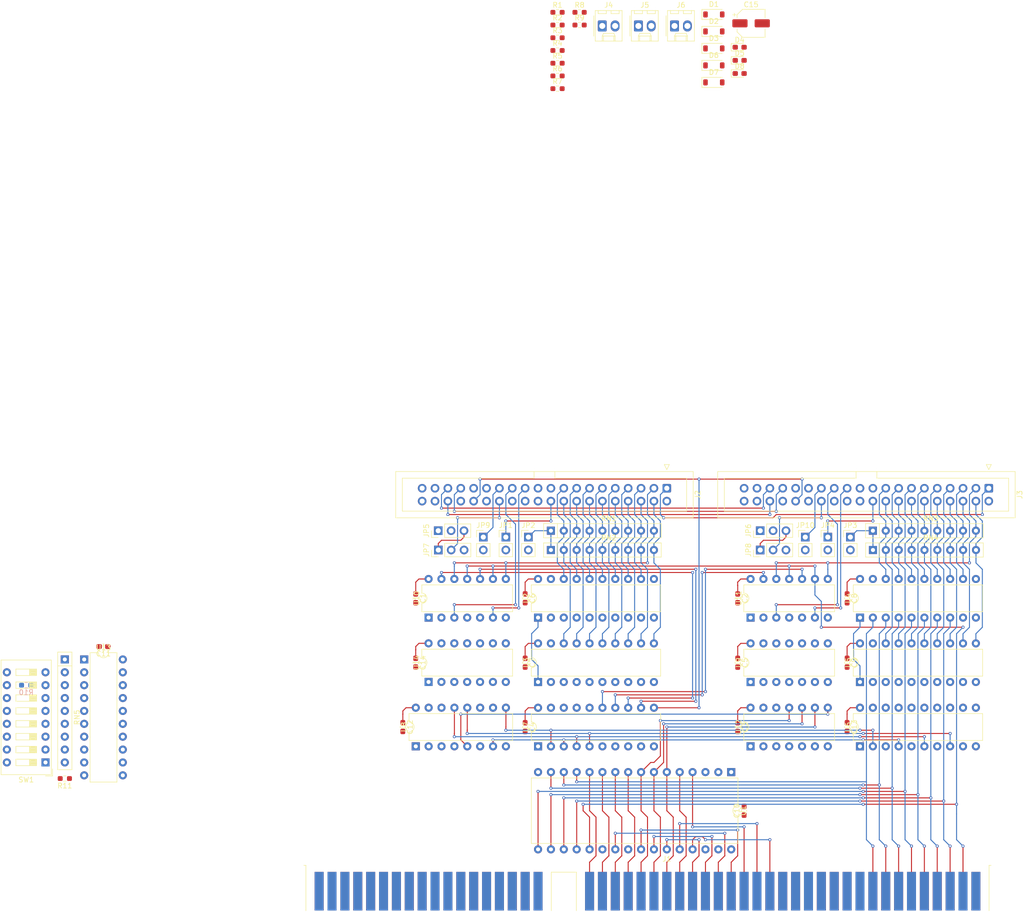
<source format=kicad_pcb>
(kicad_pcb (version 20240108) (generator "pcbnew") (generator_version "8.0")
  (layers (0 "F.Cu" signal) (31 "B.Cu" signal) (34 "B.Paste" user) (35 "F.Paste" user) (36 "B.SilkS" user "B.Silkscreen") (37 "F.SilkS" user "F.Silkscreen") (38 "B.Mask" user) (39 "F.Mask" user) (44 "Edge.Cuts" user))
  (net 0 "")
  (net 1 "GND")
  (net 2 "+5V")
  (net 3 "/IRQ15")
  (net 4 "/IRQ14")
  (net 5 "/IOCS16")
  (net 6 "Net-(D4-K)")
  (net 7 "Net-(D4-A)")
  (net 8 "Net-(D5-K)")
  (net 9 "Net-(D5-A)")
  (net 10 "/~{IDE1-ACT}")
  (net 11 "Net-(D6-A)")
  (net 12 "/~{IDE2-ACT}")
  (net 13 "Net-(D8-A)")
  (net 14 "Net-(D8-K)")
  (net 17 "/A12")
  (net 18 "/IOW")
  (net 20 "/AEN")
  (net 22 "/IORDY")
  (net 24 "/A14")
  (net 25 "/A2")
  (net 26 "/A9")
  (net 29 "/D10")
  (net 32 "/A1")
  (net 35 "/D8")
  (net 36 "/D13")
  (net 37 "/D4")
  (net 38 "/A5")
  (net 39 "/A4")
  (net 41 "/D6")
  (net 45 "/A11")
  (net 46 "/A7")
  (net 47 "/D0")
  (net 48 "/A15")
  (net 50 "/D12")
  (net 52 "/D11")
  (net 54 "/A3")
  (net 57 "/A10")
  (net 58 "/~{MEMRD}")
  (net 59 "/A18")
  (net 62 "/D3")
  (net 63 "/~{MEMWR}")
  (net 65 "/A13")
  (net 66 "/A6")
  (net 68 "/D2")
  (net 70 "/D5")
  (net 72 "/ALE")
  (net 75 "/A16")
  (net 78 "/D9")
  (net 81 "/A8")
  (net 82 "/D7")
  (net 83 "/IOR")
  (net 86 "/A17")
  (net 89 "/D1")
  (net 92 "/A0")
  (net 93 "/A19")
  (net 94 "/RESET")
  (net 98 "/D14")
  (net 101 "/D15")
  (net 104 "/BA2")
  (net 105 "/IDE1-IORDY")
  (net 106 "/IDE1-D14")
  (net 107 "/BA1")
  (net 108 "/~{IDE1-IOR}")
  (net 109 "/IDE1-D4")
  (net 110 "/BA0")
  (net 111 "/IDE1-D2")
  (net 113 "/IDE1-D12")
  (net 115 "/~{CS3FX}")
  (net 116 "/IDE1-D8")
  (net 117 "/IDE1-D11")
  (net 118 "/IDE1-D5")
  (net 119 "/IDE1-D3")
  (net 120 "/IDE1-D9")
  (net 121 "/IDE1-D6")
  (net 122 "/IDE1-D1")
  (net 123 "/IDE1-CSEL")
  (net 124 "/~{BRESET}")
  (net 125 "/IDE1-D0")
  (net 126 "/~{IDE1-IOW}")
  (net 127 "Net-(J2-Pin_20)")
  (net 129 "/IDE1-D10")
  (net 130 "/IDE1-D13")
  (net 131 "/IDE1-D7")
  (net 132 "/IDE1-D15")
  (net 133 "/~{CS1FX}")
  (net 134 "/~{CS17X}")
  (net 135 "/~{IDE2-IOW}")
  (net 136 "/IDE2-D8")
  (net 137 "/~{IDE2-IOR}")
  (net 138 "/IDE2-D9")
  (net 139 "/IDE2-D13")
  (net 140 "/IDE2-D2")
  (net 141 "/IDE2-IORDY")
  (net 143 "/IDE2-D12")
  (net 144 "/IDE2-D6")
  (net 146 "/IDE2-D11")
  (net 147 "/IDE2-CSEL")
  (net 148 "/IDE2-D10")
  (net 149 "/IDE2-D5")
  (net 150 "/IDE2-D15")
  (net 151 "/IDE2-D1")
  (net 152 "/IDE2-D4")
  (net 153 "/IDE2-D3")
  (net 154 "/IDE2-D0")
  (net 156 "Net-(J3-Pin_20)")
  (net 157 "/IDE2-D7")
  (net 158 "/~{CS37X}")
  (net 159 "/IDE2-D14")
  (net 160 "Net-(J4-Pin_1)")
  (net 161 "Net-(J5-Pin_1)")
  (net 162 "Net-(J6-Pin_1)")
  (net 163 "Net-(JP2-A)")
  (net 164 "Net-(JP3-A)")
  (net 165 "/IDE1-EN")
  (net 166 "Net-(JP5-B)")
  (net 167 "/IDE2-EN")
  (net 168 "/BALE")
  (net 169 "/FLASH_A15")
  (net 170 "/COMPARATOR_A15")
  (net 171 "/SW_ROM_A18")
  (net 173 "/~{ROMWE}")
  (net 174 "/SW_ROM_A15")
  (net 176 "/SW_ROM_A16")
  (net 177 "/SW_ROM_A17")
  (net 178 "/SW_ROM_EN")
  (net 179 "Net-(U1-CE)")
  (net 182 "/~{0x1F0}")
  (net 183 "Net-(U6-GND)")
  (net 184 "/~{0x170}")
  (net 185 "/~{0x376}")
  (net 186 "/~{0x3F6}")
  (net 187 "/~{IDE1-D7R}")
  (net 188 "/~{IDE1-D7W}")
  (net 189 "/~{IDE2-HI}")
  (net 190 "/~{IDE2-D7R}")
  (net 191 "/~{IDE2-D7W}")
  (net 193 "Net-(U8-E2)")
  (net 195 "/~{A3}")
  (net 198 "Net-(U10-Pad1)")
  (net 199 "/~{IDE1-HI}")
  (net 200 "/~{IDE2-LO}")
  (net 201 "/~{IDE1-LO}")
  (footprint "Package_DIP:DIP-20_W7.62mm" (layer "F.Cu") (at 78.74 132.725 90)
    (property "Reference" "U7")
    (property "Value" "GAL16V8")
  )
  (footprint "Diode_SMD:D_SOD-123" (layer "F.Cu") (at 113.415 -11.65)
    (property "Reference" "D1")
    (property "Value" "1N4148")
  )
  (footprint "Package_DIP:DIP-32_W15.24mm" (layer "F.Cu") (at 116.84 137.795 -90)
    (property "Reference" "U1")
    (property "Value" "SST39SF010")
  )
  (footprint "Package_DIP:DIP-20_W7.62mm" (layer "F.Cu") (at 78.735 107.325 90)
    (property "Reference" "U2")
    (property "Value" "74ALS245")
  )
  (footprint "Diode_SMD:D_SOD-123" (layer "F.Cu") (at 113.415 -8.3)
    (property "Reference" "D2")
    (property "Value" "1N4148")
  )
  (footprint "Resistor_SMD:R_0603_1608Metric_Pad0.98x0.95mm_HandSolder" (layer "F.Cu") (at 82.58 2.99)
    (property "Reference" "R7")
    (property "Value" "470")
  )
  (footprint "Connector_PinHeader_2.54mm:PinHeader_1x03_P2.54mm_Vertical" (layer "F.Cu") (at 122.56 90.18 90)
    (property "Reference" "JP6")
    (property "Value" "IDE2_MODE")
  )
  (footprint "Capacitor_SMD:C_0603_1608Metric_Pad1.08x0.95mm_HandSolder" (layer "F.Cu") (at -6.985 113.03 180)
    (property "Reference" "C11")
    (property "Value" "100n")
  )
  (footprint "Resistor_SMD:R_0603_1608Metric_Pad0.98x0.95mm_HandSolder" (layer "F.Cu") (at 82.58 -2.03)
    (property "Reference" "R5")
    (property "Value" "10K")
  )
  (footprint "Resistor_SMD:R_0603_1608Metric_Pad0.98x0.95mm_HandSolder" (layer "F.Cu") (at 86.93 -12.07)
    (property "Reference" "R8")
    (property "Value" "470")
  )
  (footprint "Connector_PinHeader_2.54mm:PinHeader_1x02_P2.54mm_Vertical" (layer "F.Cu") (at 140.34 91.445)
    (property "Reference" "JP3")
    (property "Value" "IDE2_PU")
  )
  (footprint "Resistor_THT:R_Array_SIP9" (layer "F.Cu") (at 81.275 93.99)
    (property "Reference" "RN2")
    (property "Value" "R_Network08")
  )
  (footprint "Connector_Molex:Molex_KK-254_AE-6410-02A_1x02_P2.54mm_Vertical" (layer "F.Cu") (at 91.4 -9.38)
    (property "Reference" "J4")
    (property "Value" "IDE1_ACT")
  )
  (footprint "Resistor_THT:R_Array_SIP9" (layer "F.Cu") (at -14.605 115.57 -90)
    (property "Reference" "RN5")
    (property "Value" "R_Network08")
  )
  (footprint "Capacitor_SMD:C_0603_1608Metric_Pad1.08x0.95mm_HandSolder" (layer "F.Cu") (at 119.38 145.42 90)
    (property "Reference" "C10")
    (property "Value" "100n")
  )
  (footprint "Connector_PinHeader_2.54mm:PinHeader_1x02_P2.54mm_Vertical" (layer "F.Cu") (at 76.83 91.445)
    (property "Reference" "JP2")
    (property "Value" "IDE1_PU")
  )
  (footprint "Connector_IDC:IDC-Header_2x20_P2.54mm_Vertical" (layer "F.Cu") (at 167.645 81.8075 -90)
    (property "Reference" "J3")
    (property "Value" "Conn_02x20_Odd_Even")
  )
  (footprint "LED_SMD:LED_0603_1608Metric_Pad1.05x0.95mm_HandSolder" (layer "F.Cu") (at 118.505 -2.59)
    (property "Reference" "D5")
    (property "Value" "LED")
  )
  (footprint "Capacitor_SMD:CP_Elec_5x5.3" (layer "F.Cu") (at 120.76 -9.9)
    (property "Reference" "C15")
    (property "Value" "22u")
  )
  (footprint "Connector_PinHeader_2.54mm:PinHeader_1x02_P2.54mm_Vertical" (layer "F.Cu") (at 72.385 91.445)
    (property "Reference" "JP1")
    (property "Value" "IDE1_PWR")
  )
  (footprint "Connector_PinHeader_2.54mm:PinHeader_1x02_P2.54mm_Vertical" (layer "F.Cu") (at 67.94 91.445)
    (property "Reference" "JP9")
    (property "Value" "IDE1_IORDY")
  )
  (footprint "Button_Switch_THT:SW_DIP_SPSTx08_Slide_9.78x22.5mm_W7.62mm_P2.54mm" (layer "F.Cu") (at -18.415 135.89 180)
    (property "Reference" "SW1")
    (property "Value" "SW_DIP_x08")
  )
  (footprint "Package_DIP:DIP-14_W7.62mm" (layer "F.Cu") (at 57.14 120.015 90)
    (property "Reference" "U14")
    (property "Value" "74LS07")
  )
  (footprint "Package_DIP:DIP-14_W7.62mm" (layer "F.Cu") (at 57.145 107.325 90)
    (property "Reference" "U10")
    (property "Value" "74ALS125")
  )
  (footprint "Resistor_SMD:R_0603_1608Metric_Pad0.98x0.95mm_HandSolder" (layer "F.Cu") (at 82.58 -7.05)
    (property "Reference" "R3")
    (property "Value" "470")
  )
  (footprint "Capacitor_SMD:C_0603_1608Metric_Pad1.08x0.95mm_HandSolder" (layer "F.Cu") (at 76.195 128.925 -90)
    (property "Reference" "C4")
    (property "Value" "100n")
  )
  (footprint "Package_DIP:DIP-20_W7.62mm" (layer "F.Cu") (at 142.24 120.025 90)
    (property "Reference" "U5")
    (property "Value" "74ALS245")
  )
  (footprint "Diode_SMD:D_SOD-123" (layer "F.Cu") (at 113.415 -4.95)
    (property "Reference" "D3")
    (property "Value" "1N4148")
  )
  (footprint "Connector_PinHeader_2.54mm:PinHeader_1x03_P2.54mm_Vertical" (layer "F.Cu") (at 59.065 93.99 90)
    (property "Reference" "JP7")
    (property "Value" "IDE1_CSEL")
  )
  (footprint "Connector_PinHeader_2.54mm:PinHeader_1x02_P2.54mm_Vertical" (layer "F.Cu") (at 131.45 91.445)
    (property "Reference" "JP10")
    (property "Value" "IDE2_IORDY")
  )
  (footprint "Capacitor_SMD:C_0603_1608Metric_Pad1.08x0.95mm_HandSolder" (layer "F.Cu") (at 139.7 103.525 -90)
    (property "Reference" "C8")
    (property "Value" "100n")
  )
  (footprint "Capacitor_SMD:C_0603_1608Metric_Pad1.08x0.95mm_HandSolder" (layer "F.Cu") (at 118.12 103.525 -90)
    (property "Reference" "C2")
    (property "Value" "100n")
  )
  (footprint "Resistor_THT:R_Array_SIP9" (layer "F.Cu") (at 81.275 90.18)
    (property "Reference" "RN1")
    (property "Value" "R_Network08")
  )
  (footprint "Package_DIP:DIP-20_W7.62mm" (layer "F.Cu") (at 142.245 107.325 90)
    (property "Reference" "U4")
    (property "Value" "74ALS245")
  )
  (footprint "Resistor_SMD:R_0603_1608Metric_Pad0.98x0.95mm_HandSolder" (layer "F.Cu") (at 82.58 -12.07)
    (property "Reference" "R1")
    (property "Value" "1K")
  )
  (footprint "Resistor_THT:R_Array_SIP9" (layer "F.Cu") (at 144.8 93.99)
    (property "Reference" "RN4")
    (property "Value" "R_Network08")
  )
  (footprint "Package_DIP:DIP-14_W7.62mm" (layer "F.Cu") (at 120.65 132.715 90)
    (property "Reference" "U12")
    (property "Value" "74ALS10")
  )
  (footprint "Resistor_SMD:R_0603_1608Metric_Pad0.98x0.95mm_HandSolder" (layer "F.Cu") (at 86.93 -9.56)
    (property "Reference" "R9")
    (property "Value" "470")
  )
  (footprint "Package_DIP:DIP-20_W7.62mm" (layer "F.Cu") (at 142.24 132.715 90)
    (property "Reference" "U6")
    (property "Value" "74ALS244")
  )
  (footprint "Package_DIP:DIP-20_W7.62mm" (layer "F.Cu") (at 78.735 120.025 90)
    (property "Reference" "U3")
    (property "Value" "74ALS245")
  )
  (footprint "Connector_PinHeader_2.54mm:PinHeader_1x03_P2.54mm_Vertical" (layer "F.Cu") (at 122.56 93.99 90)
    (property "Reference" "JP8")
    (property "Value" "IDE2_CSEL")
  )
  (footprint "Capacitor_SMD:C_0603_1608Metric_Pad1.08x0.95mm_HandSolder" (layer "F.Cu") (at 54.61 103.525 -90)
    (property "Reference" "C1")
    (property "Value" "100n")
  )
  (footprint "Package_DIP:DIP-16_W7.62mm" (layer "F.Cu") (at 54.62 132.715 90)
    (property "Reference" "U8")
    (property "Value" "74ALS138")
  )
  (footprint "Capacitor_SMD:C_0603_1608Metric_Pad1.08x0.95mm_HandSolder" (layer "F.Cu") (at 139.7 116.215 -90)
    (property "Reference" "C9")
    (property "Value" "100n")
  )
  (footprint "Connector_Molex:Molex_KK-254_AE-6410-02A_1x02_P2.54mm_Vertical" (layer "F.Cu") (at 98.53 -9.38)
    (property "Reference" "J5")
    (property "Value" "IDE2_ACT")
  )
  (footprint "Connector_PinHeader_2.54mm:PinHeader_1x02_P2.54mm_Vertical" (layer "F.Cu") (at 135.895 91.445)
    (property "Reference" "JP4")
    (property "Value" "IDE2_PWR")
  )
  (footprint "Package_DIP:DIP-14_W7.62mm" (layer "F.Cu") (at 120.655 107.325 90)
    (property "Reference" "U11")
    (property "Value" "74ALS125")
  )
  (footprint "Connector_IDC:IDC-Header_2x20_P2.54mm_Vertical" (layer "F.Cu") (at 104.135 81.8075 -90)
    (property "Reference" "J2")
    (property "Value" "Conn_02x20_Odd_Even")
  )
  (footprint "Capacitor_SMD:C_0603_1608Metric_Pad1.08x0.95mm_HandSolder" (layer "F.Cu") (at 76.195 116.215 -90)
    (property "Reference" "C7")
    (property "Value" "100n")
  )
  (footprint "Connector_PinHeader_2.54mm:PinHeader_1x03_P2.54mm_Vertical" (layer "F.Cu") (at 59.05 90.18 90)
    (property "Reference" "JP5")
    (property "Value" "IDE1_MODE")
  )
  (footprint "Diode_SMD:D_SOD-123" (layer "F.Cu") (at 113.415 -1.6)
    (property "Reference" "D6")
    (property "Value" "1N4148")
  )
  (footprint "Connector_PCBEdge:BUS_AT" (layer "F.Cu") (at 165.1 161.29)
    (property "Reference" "J1")
    (property "Value" "Bus_ISA_16bit")
  )
  (footprint "Resistor_SMD:R_0603_1608Metric_Pad0.98x0.95mm_HandSolder" (layer "F.Cu") (at 82.58 0.48)
    (property "Reference" "R6")
    (property "Value" "470")
  )
  (footprint "Resistor_SMD:R_0603_1608Metric_Pad0.98x0.95mm_HandSolder" (layer "F.Cu") (at -14.605 139.065 180)
    (property "Reference" "R11")
    (property "Value" "10K")
  )
  (footprint "Capacitor_SMD:C_0603_1608Metric_Pad1.08x0.95mm_HandSolder" (layer "F.Cu") (at 76.195 103.515 -90)
    (property "Reference" "C6")
    (property "Value" "100n")
  )
  (footprint "LED_SMD:LED_0603_1608Metric_Pad1.05x0.95mm_HandSolder" (layer "F.Cu") (at 118.505 0)
    (property "Reference" "D8")
    (property "Value" "LED")
  )
  (footprint "Package_DIP:DIP-14_W7.62mm" (layer "F.Cu") (at 120.655 120.025 90)
    (property "Reference" "U9")
    (property "Value" "74ALS04")
  )
  (footprint "LED_SMD:LED_0603_1608Metric_Pad1.05x0.95mm_HandSolder" (layer "F.Cu") (at 118.505 -5.18)
    (property "Reference" "D4")
    (property "Value" "LED")
  )
  (footprint "Capacitor_SMD:C_0603_1608Metric_Pad1.08x0.95mm_HandSolder" (layer "F.Cu") (at 52.065 128.915 -90)
    (property "Reference" "C12")
    (property "Value" "100n")
  )
  (footprint "Capacitor_SMD:C_0603_1608Metric_Pad1.08x0.95mm_HandSolder" (layer "F.Cu") (at 139.695 128.915 -90)
    (property "Reference" "C13")
    (property "Value" "100n")
  )
  (footprint "Capacitor_SMD:C_0603_1608Metric_Pad1.08x0.95mm_HandSolder" (layer "F.Cu") (at 54.605 116.215 -90)
    (property "Reference" "C14")
    (property "Value" "100n")
  )
  (footprint "Resistor_SMD:R_0603_1608Metric_Pad0.98x0.95mm_HandSolder" (layer "F.Cu") (at 82.58 -4.54)
    (property "Reference" "R4")
    (property "Value" "470")
  )
  (footprint "Resistor_SMD:R_0603_1608Metric_Pad0.98x0.95mm_HandSolder" (layer "F.Cu") (at 82.58 -9.56)
    (property "Reference" "R2")
    (property "Value" "1K")
  )
  (footprint "Capacitor_SMD:C_0603_1608Metric_Pad1.08x0.95mm_HandSolder" (layer "F.Cu") (at 118.115 128.915 -90)
    (property "Reference" "C3")
    (property "Value" "100n")
  )
  (footprint "Capacitor_SMD:C_0603_1608Metric_Pad1.08x0.95mm_HandSolder" (layer "F.Cu") (at 118.12 116.225 -90)
    (property "Reference" "C5")
    (property "Value" "100n")
  )
  (footprint "Resistor_THT:R_Array_SIP9" (layer "F.Cu") (at 144.785 90.18)
    (property "Reference" "RN3")
    (property "Value" "R_Network08")
  )
  (footprint "Diode_SMD:D_SOD-123" (layer "F.Cu") (at 113.415 1.75)
    (property "Reference" "D7")
    (property "Value" "1N4148")
  )
  (footprint "Package_DIP:DIP-20_W7.62mm" (layer "F.Cu") (at -10.785 115.575)
    (property "Reference" "U13")
    (property "Value" "74ALS688")
  )
  (footprint "Connector_Molex:Molex_KK-254_AE-6410-02A_1x02_P2.54mm_Vertical" (layer "F.Cu") (at 105.66 -9.38)
    (property "Reference" "J6")
    (property "Value" "IDE_ACT")
  )
  (footprint "Resistor_SMD:R_0603_1608Metric_Pad0.98x0.95mm_HandSolder" (layer "B.Cu") (at -22.225 120.65)
    (property "Reference" "R10")
    (property "Value" "10K")
  )
  (segment (start 54.61 100.33) (end 54.61 102.6625) (width 0.2) (layer "F.Cu") (net 2))
  (segment (start 76.195 126.37) (end 76.195 128.0625) (width 0.2) (layer "F.Cu") (net 2))
  (segment (start 120.65 125.095) (end 118.745 125.095) (width 0.2) (layer "F.Cu") (net 2))
  (segment (start 142.245 99.705) (end 140.325 99.705) (width 0.2) (layer "F.Cu") (net 2))
  (segment (start 76.825 99.705) (end 76.195 100.335) (width 0.2) (layer "F.Cu") (net 2))
  (segment (start 139.7 126.365) (end 139.695 126.37) (width 0.2) (layer "F.Cu") (net 2))
  (segment (start 120.655 112.405) (end 118.735 112.405) (width 0.2) (layer "F.Cu") (net 2))
  (segment (start 118.735 112.405) (end 118.11 113.03) (width 0.2) (layer "F.Cu") (net 2))
  (segment (start 52.065 126.37) (end 52.065 128.0525) (width 0.2) (layer "F.Cu") (net 2))
  (segment (start 76.195 100.335) (end 76.195 102.6525) (width 0.2) (layer "F.Cu") (net 2))
  (segment (start 118.735 99.705) (end 118.11 100.33) (width 0.2) (layer "F.Cu") (net 2))
  (segment (start 139.695 126.37) (end 139.695 128.0525) (width 0.2) (layer "F.Cu") (net 2))
  (segment (start 76.825 125.105) (end 76.2 125.73) (width 0.2) (layer "F.Cu") (net 2))
  (segment (start 76.825 112.405) (end 76.195 113.035) (width 0.2) (layer "F.Cu") (net 2))
  (segment (start 78.735 112.405) (end 76.825 112.405) (width 0.2) (layer "F.Cu") (net 2))
  (segment (start 54.605 113.67) (end 54.605 115.3525) (width 0.2) (layer "F.Cu") (net 2))
  (segment (start 118.11 125.73) (end 118.115 125.735) (width 0.2) (layer "F.Cu") (net 2))
  (segment (start 52.07 126.365) (end 52.065 126.37) (width 0.2) (layer "F.Cu") (net 2))
  (segment (start 76.2 126.365) (end 76.195 126.37) (width 0.2) (layer "F.Cu") (net 2))
  (segment (start 54.61 113.03) (end 54.61 113.665) (width 0.2) (layer "F.Cu") (net 2))
  (segment (start 52.705 125.095) (end 52.07 125.73) (width 0.2) (layer "F.Cu") (net 2))
  (segment (start 118.12 100.975) (end 118.12 102.6625) (width 0.2) (layer "F.Cu") (net 2))
  (segment (start 142.24 125.095) (end 140.335 125.095) (width 0.2) (layer "F.Cu") (net 2))
  (segment (start 142.24 112.405) (end 140.325 112.405) (width 0.2) (layer "F.Cu") (net 2))
  (segment (start 139.7 113.03) (end 139.7 115.3525) (width 0.2) (layer "F.Cu") (net 2))
  (segment (start 118.11 100.965) (end 118.12 100.975) (width 0.2) (layer "F.Cu") (net 2))
  (segment (start 76.195 113.035) (end 76.195 115.3525) (width 0.2) (layer "F.Cu") (net 2))
  (segment (start 120.655 99.705) (end 118.735 99.705) (width 0.2) (layer "F.Cu") (net 2))
  (segment (start 118.11 113.03) (end 118.12 113.04) (width 0.2) (layer "F.Cu") (net 2))
  (segment (start 78.735 99.705) (end 76.825 99.705) (width 0.2) (layer "F.Cu") (net 2))
  (segment (start 139.7 125.73) (end 139.7 126.365) (width 0.2) (layer "F.Cu") (net 2))
  (segment (start 118.11 100.33) (end 118.11 100.965) (width 0.2) (layer "F.Cu") (net 2))
  (segment (start 52.07 125.73) (end 52.07 126.365) (width 0.2) (layer "F.Cu") (net 2))
  (segment (start 118.12 113.04) (end 118.12 115.3625) (width 0.2) (layer "F.Cu") (net 2))
  (segment (start 57.14 112.395) (end 55.245 112.395) (width 0.2) (layer "F.Cu") (net 2))
  (segment (start 57.145 99.705) (end 55.235 99.705) (width 0.2) (layer "F.Cu") (net 2))
  (segment (start 78.74 125.105) (end 76.825 125.105) (width 0.2) (layer "F.Cu") (net 2))
  (segment (start 55.235 99.705) (end 54.61 100.33) (width 0.2) (layer "F.Cu") (net 2))
  (segment (start 54.62 125.095) (end 52.705 125.095) (width 0.2) (layer "F.Cu") (net 2))
  (segment (start 140.325 112.405) (end 139.7 113.03) (width 0.2) (layer "F.Cu") (net 2))
  (segment (start 55.245 112.395) (end 54.61 113.03) (width 0.2) (layer "F.Cu") (net 2))
  (segment (start 140.325 99.705) (end 139.7 100.33) (width 0.2) (layer "F.Cu") (net 2))
  (segment (start 139.7 100.33) (end 139.7 102.6625) (width 0.2) (layer "F.Cu") (net 2))
  (segment (start 54.61 113.665) (end 54.605 113.67) (width 0.2) (layer "F.Cu") (net 2))
  (segment (start 118.115 125.735) (end 118.115 128.0525) (width 0.2) (layer "F.Cu") (net 2))
  (segment (start 118.745 125.095) (end 118.11 125.73) (width 0.2) (layer "F.Cu") (net 2))
  (segment (start 76.2 125.73) (end 76.2 126.365) (width 0.2) (layer "F.Cu") (net 2))
  (segment (start 140.335 125.095) (end 139.7 125.73) (width 0.2) (layer "F.Cu") (net 2))
  (segment (start 110.48 125.105) (end 101.6 125.105) (width 0.2) (layer "F.Cu") (net 5))
  (segment (start 110.49 125.095) (end 110.48 125.105) (width 0.2) (layer "F.Cu") (net 5))
  (segment (start 67.31 80.01) (end 130.81 80.01) (width 0.2) (layer "F.Cu") (net 5))
  (via (at 130.81 80.01) (size 0.6) (drill 0.3) (layers "F.Cu" "B.Cu") (net 5))
  (via (at 110.49 80.01) (size 0.6) (drill 0.3) (layers "F.Cu" "B.Cu") (net 5))
  (via (at 67.31 80.01) (size 0.6) (drill 0.3) (layers "F.Cu" "B.Cu") (net 5))
  (via (at 110.49 125.095) (size 0.6) (drill 0.3) (layers "F.Cu" "B.Cu") (net 5))
  (segment (start 130.81 80.01) (end 130.81 83.0825) (width 0.2) (layer "B.Cu") (net 5))
  (segment (start 110.49 80.01) (end 110.49 125.095) (width 0.2) (layer "B.Cu") (net 5))
  (segment (start 67.31 83.0725) (end 67.31 80.01) (width 0.2) (layer "B.Cu") (net 5))
  (segment (start 130.81 83.0825) (end 129.545 84.3475) (width 0.2) (layer "B.Cu") (net 5))
  (segment (start 66.035 84.3475) (end 67.31 83.0725) (width 0.2) (layer "B.Cu") (net 5))
  (segment (start 119.38 161.29) (end 119.38 148.59) (width 0.2) (layer "F.Cu") (net 17))
  (segment (start 109.22 148.59) (end 109.22 137.795) (width 0.2) (layer "F.Cu") (net 17))
  (via (at 119.38 148.59) (size 0.6) (drill 0.3) (layers "F.Cu" "B.Cu") (net 17))
  (via (at 109.22 148.59) (size 0.6) (drill 0.3) (layers "F.Cu" "B.Cu") (net 17))
  (segment (start 119.38 148.59) (end 109.22 148.59) (width 0.2) (layer "B.Cu") (net 17))
  (segment (start 109.22 151.13) (end 109.22 153.035) (width 0.2) (layer "F.Cu") (net 24))
  (segment (start 111.16 150.53) (end 109.82 150.53) (width 0.2) (layer "F.Cu") (net 24))
  (segment (start 109.82 150.53) (end 109.22 151.13) (width 0.2) (layer "F.Cu") (net 24))
  (segment (start 111.76 151.13) (end 111.16 150.53) (width 0.2) (layer "F.Cu") (net 24))
  (segment (start 124.46 161.29) (end 124.46 151.13) (width 0.2) (layer "F.Cu") (net 24))
  (via (at 124.46 151.13) (size 0.6) (drill 0.3) (layers "F.Cu" "B.Cu") (net 24))
  (via (at 111.76 151.13) (size 0.6) (drill 0.3) (layers "F.Cu" "B.Cu") (net 24))
  (segment (start 124.46 151.13) (end 111.76 151.13) (width 0.2) (layer "B.Cu") (net 24))
  (segment (start 95.25 154.305) (end 95.25 146.685) (width 0.2) (layer "F.Cu") (net 25))
  (segment (start 95.25 146.685) (end 93.98 145.415) (width 0.2) (layer "F.Cu") (net 25))
  (segment (start 93.98 161.29) (end 93.98 155.575) (width 0.2) (layer "F.Cu") (net 25))
  (segment (start 93.98 145.415) (end 93.98 137.795) (width 0.2) (layer "F.Cu") (net 25))
  (segment (start 93.98 155.575) (end 95.25 154.305) (width 0.2) (layer "F.Cu") (net 25))
  (segment (start 111.76 161.29) (end 111.76 155.575) (width 0.2) (layer "F.Cu") (net 26))
  (segment (start 113.03 154.305) (end 113.03 150.495) (width 0.2) (layer "F.Cu") (net 26))
  (segment (start 101.6 150.495) (end 101.6 153.035) (width 0.2) (layer "F.Cu") (net 26))
  (segment (start 111.76 155.575) (end 113.03 154.305) (width 0.2) (layer "F.Cu") (net 26))
  (via (at 113.03 150.495) (size 0.6) (drill 0.3) (layers "F.Cu" "B.Cu") (net 26))
  (via (at 101.6 150.495) (size 0.6) (drill 0.3) (layers "F.Cu" "B.Cu") (net 26))
  (segment (start 113.03 150.495) (end 101.6 150.495) (width 0.2) (layer "B.Cu") (net 26))
  (segment (start 92.71 154.305) (end 91.44 155.575) (width 0.2) (layer "F.Cu") (net 32))
  (segment (start 92.71 146.685) (end 92.71 154.305) (width 0.2) (layer "F.Cu") (net 32))
  (segment (start 91.44 155.575) (end 91.44 161.29) (width 0.2) (layer "F.Cu") (net 32))
  (segment (start 91.44 145.415) (end 92.71 146.685) (width 0.2) (layer "F.Cu") (net 32))
  (segment (start 91.44 137.795) (end 91.44 145.415) (width 0.2) (layer "F.Cu") (net 32))
  (segment (start 81.28 153.035) (end 81.28 142.24) (width 0.2) (layer "F.Cu") (net 37))
  (segment (start 142.24 142.24) (end 153.67 142.24) (width 0.2) (layer "F.Cu") (net 37))
  (segment (start 154.94 152.4) (end 154.94 161.29) (width 0.2) (layer "F.Cu") (net 37))
  (via (at 154.94 152.4) (size 0.6) (drill 0.3) (layers "F.Cu" "B.Cu") (net 37))
  (via (at 153.67 142.24) (size 0.6) (drill 0.3) (layers "F.Cu" "B.Cu") (net 37))
  (via (at 142.24 142.24) (size 0.6) (drill 0.3) (layers "F.Cu" "B.Cu") (net 37))
  (via (at 81.28 142.24) (size 0.6) (drill 0.3) (layers "F.Cu" "B.Cu") (net 37))
  (segment (start 153.67 151.13) (end 154.94 152.4) (width 0.2) (layer "B.Cu") (net 37))
  (segment (start 153.67 142.24) (end 153.67 151.13) (width 0.2) (layer "B.Cu") (net 37))
  (segment (start 154.945 109.215) (end 153.67 110.49) (width 0.2) (layer "B.Cu") (net 37))
  (segment (start 81.28 142.24) (end 142.24 142.24) (width 0.2) (layer "B.Cu") (net 37))
  (segment (start 154.945 107.325) (end 154.945 109.215) (width 0.2) (layer "B.Cu") (net 37))
  (segment (start 153.67 113.03) (end 153.67 142.24) (width 0.2) (layer "B.Cu") (net 37))
  (segment (start 153.67 110.49) (end 153.67 113.03) (width 0.2) (layer "B.Cu") (net 37))
  (segment (start 101.6 161.29) (end 101.6 155.575) (width 0.2) (layer "F.Cu") (net 38))
  (segment (start 102.87 146.685) (end 101.6 145.415) (width 0.2) (layer "F.Cu") (net 38))
  (segment (start 103.505 135.89) (end 101.6 137.795) (width 0.2) (layer "F.Cu") (net 38))
  (segment (start 130.81 125.095) (end 130.81 128.27) (width 0.2) (layer "F.Cu") (net 38))
  (segment (start 101.6 145.415) (end 101.6 137.795) (width 0.2) (layer "F.Cu") (net 38))
  (segment (start 103.505 128.27) (end 103.505 135.89) (width 0.2) (layer "F.Cu") (net 38))
  (segment (start 101.6 155.575) (end 102.87 154.305) (width 0.2) (layer "F.Cu") (net 38))
  (segment (start 102.87 154.305) (end 102.87 146.685) (width 0.2) (layer "F.Cu") (net 38))
  (via (at 130.81 128.27) (size 0.6) (drill 0.3) (layers "F.Cu" "B.Cu") (net 38))
  (via (at 103.505 128.27) (size 0.6) (drill 0.3) (layers "F.Cu" "B.Cu") (net 38))
  (segment (start 130.81 128.27) (end 103.505 128.27) (width 0.2) (layer "B.Cu") (net 38))
  (segment (start 99.06 155.575) (end 100.33 154.305) (width 0.2) (layer "F.Cu") (net 39))
  (segment (start 99.06 161.29) (end 99.06 155.575) (width 0.2) (layer "F.Cu") (net 39))
  (segment (start 99.06 145.415) (end 99.06 137.795) (width 0.2) (layer "F.Cu") (net 39))
  (segment (start 128.27 125.095) (end 128.27 127.635) (width 0.2) (layer "F.Cu") (net 39))
  (segment (start 100.33 146.685) (end 99.06 145.415) (width 0.2) (layer "F.Cu") (net 39))
  (segment (start 101.6 135.89) (end 100.965 135.89) (width 0.2) (layer "F.Cu") (net 39))
  (segment (start 100.33 154.305) (end 100.33 146.685) (width 0.2) (layer "F.Cu") (net 39))
  (segment (start 100.965 135.89) (end 99.06 137.795) (width 0.2) (layer "F.Cu") (net 39))
  (segment (start 102.87 127.635) (end 102.87 134.62) (width 0.2) (layer "F.Cu") (net 39))
  (segment (start 102.87 134.62) (end 101.6 135.89) (width 0.2) (layer "F.Cu") (net 39))
  (via (at 128.27 127.635) (size 0.6) (drill 0.3) (layers "F.Cu" "B.Cu") (net 39))
  (via (at 102.87 127.635) (size 0.6) (drill 0.3) (layers "F.Cu" "B.Cu") (net 39))
  (segment (start 128.27 127.635) (end 102.87 127.635) (width 0.2) (layer "B.Cu") (net 39))
  (segment (start 86.36 153.035) (end 86.36 143.51) (width 0.2) (layer "F.Cu") (net 41))
  (segment (start 142.24 143.51) (end 158.75 143.51) (width 0.2) (layer "F.Cu") (net 41))
  (segment (start 160.02 152.4) (end 160.02 161.29) (width 0.2) (layer "F.Cu") (net 41))
  (via (at 86.36 143.51) (size 0.6) (drill 0.3) (layers "F.Cu" "B.Cu") (net 41))
  (via (at 160.02 152.4) (size 0.6) (drill 0.3) (layers "F.Cu" "B.Cu") (net 41))
  (via (at 142.24 143.51) (size 0.6) (drill 0.3) (layers "F.Cu" "B.Cu") (net 41))
  (via (at 158.75 143.51) (size 0.6) (drill 0.3) (layers "F.Cu" "B.Cu") (net 41))
  (segment (start 158.75 110.49) (end 158.75 143.51) (width 0.2) (layer "B.Cu") (net 41))
  (segment (start 158.75 143.51) (end 158.75 151.13) (width 0.2) (layer "B.Cu") (net 41))
  (segment (start 158.75 151.13) (end 160.02 152.4) (width 0.2) (layer "B.Cu") (net 41))
  (segment (start 86.36 143.51) (end 142.24 143.51) (width 0.2) (layer "B.Cu") (net 41))
  (segment (start 160.025 109.215) (end 158.75 110.49) (width 0.2) (layer "B.Cu") (net 41))
  (segment (start 160.025 107.325) (end 160.025 109.215) (width 0.2) (layer "B.Cu") (net 41))
  (segment (start 118.11 154.305) (end 118.11 149.225) (width 0.2) (layer "F.Cu") (net 45))
  (segment (start 116.84 161.29) (end 116.84 155.575) (width 0.2) (layer "F.Cu") (net 45))
  (segment (start 99.06 149.225) (end 99.06 153.035) (width 0.2) (layer "F.Cu") (net 45))
  (segment (start 116.84 155.575) (end 118.11 154.305) (width 0.2) (layer "F.Cu") (net 45))
  (via (at 99.06 149.225) (size 0.6) (drill 0.3) (layers "F.Cu" "B.Cu") (net 45))
  (via (at 118.11 149.225) (size 0.6) (drill 0.3) (layers "F.Cu" "B.Cu") (net 45))
  (segment (start 118.11 149.225) (end 99.06 149.225) (width 0.2) (layer "B.Cu") (net 45))
  (segment (start 106.68 155.575) (end 107.95 154.305) (width 0.2) (layer "F.Cu") (net 46))
  (segment (start 107.95 146.685) (end 106.68 145.415) (width 0.2) (layer "F.Cu") (net 46))
  (segment (start 106.68 161.29) (end 106.68 155.575) (width 0.2) (layer "F.Cu") (net 46))
  (segment (start 106.68 145.415) (end 106.68 137.795) (width 0.2) (layer "F.Cu") (net 46))
  (segment (start 107.95 154.305) (end 107.95 146.685) (width 0.2) (layer "F.Cu") (net 46))
  (segment (start 144.78 152.4) (end 144.78 161.29) (width 0.2) (layer "F.Cu") (net 47))
  (segment (start 86.36 137.795) (end 86.36 139.7) (width 0.2) (layer "F.Cu") (net 47))
  (via (at 86.36 139.7) (size 0.6) (drill 0.3) (layers "F.Cu" "B.Cu") (net 47))
  (via (at 144.78 152.4) (size 0.6) (drill 0.3) (layers "F.Cu" "B.Cu") (net 47))
  (segment (start 86.36 139.7) (end 143.51 139.7) (width 0.2) (layer "B.Cu") (net 47))
  (segment (start 144.785 109.215) (end 143.51 110.49) (width 0.2) (layer "B.Cu") (net 47))
  (segment (start 143.51 112.395) (end 143.51 139.7) (width 0.2) (layer "B.Cu") (net 47))
  (segment (start 143.51 151.13) (end 144.78 152.4) (width 0.2) (layer "B.Cu") (net 47))
  (segment (start 143.51 139.7) (end 143.51 151.13) (width 0.2) (layer "B.Cu") (net 47))
  (segment (start 143.51 110.49) (end 143.51 112.395) (width 0.2) (layer "B.Cu") (net 47))
  (segment (start 144.785 107.325) (end 144.785 109.215) (width 0.2) (layer "B.Cu") (net 47))
  (segment (start 96.52 155.575) (end 97.79 154.305) (width 0.2) (layer "F.Cu") (net 54))
  (segment (start 96.52 145.415) (end 96.52 137.795) (width 0.2) (layer "F.Cu") (net 54))
  (segment (start 96.52 161.29) (end 96.52 155.575) (width 0.2) (layer "F.Cu") (net 54))
  (segment (start 97.79 146.685) (end 96.52 145.415) (width 0.2) (layer "F.Cu") (net 54))
  (segment (start 97.79 154.305) (end 97.79 146.685) (width 0.2) (layer "F.Cu") (net 54))
  (segment (start 114.3 161.29) (end 114.3 155.575) (width 0.2) (layer "F.Cu") (net 57))
  (segment (start 114.3 155.575) (end 115.57 154.305) (width 0.2) (layer "F.Cu") (net 57))
  (segment (start 115.57 154.305) (end 115.57 149.86) (width 0.2) (layer "F.Cu") (net 57))
  (segment (start 93.98 153.035) (end 93.98 149.86) (width 0.2) (layer "F.Cu") (net 57))
  (via (at 115.57 149.86) (size 0.6) (drill 0.3) (layers "F.Cu" "B.Cu") (net 57))
  (via (at 93.98 149.86) (size 0.6) (drill 0.3) (layers "F.Cu" "B.Cu") (net 57))
  (segment (start 115.57 149.86) (end 93.98 149.86) (width 0.2) (layer "B.Cu") (net 57))
  (segment (start 142.875 141.605) (end 151.13 141.605) (width 0.2) (layer "F.Cu") (net 62))
  (segment (start 78.74 153.035) (end 78.74 141.605) (width 0.2) (layer "F.Cu") (net 62))
  (segment (start 152.4 161.29) (end 152.4 152.4) (width 0.2) (layer "F.Cu") (net 62))
  (via (at 78.74 141.605) (size 0.6) (drill 0.3) (layers "F.Cu" "B.Cu") (net 62))
  (via (at 142.875 141.605) (size 0.6) (drill 0.3) (layers "F.Cu" "B.Cu") (net 62))
  (via (at 152.4 152.4) (size 0.6) (drill 0.3) (layers "F.Cu" "B.Cu") (net 62))
  (via (at 151.13 141.605) (size 0.6) (drill 0.3) (layers "F.Cu" "B.Cu") (net 62))
  (segment (start 152.4 152.4) (end 151.13 151.13) (width 0.2) (layer "B.Cu") (net 62))
  (segment (start 152.405 109.215) (end 152.405 107.325) (width 0.2) (layer "B.Cu") (net 62))
  (segment (start 151.13 141.605) (end 151.13 110.49) (width 0.2) (layer "B.Cu") (net 62))
  (segment (start 78.74 141.605) (end 142.875 141.605) (width 0.2) (layer "B.Cu") (net 62))
  (segment (start 151.13 110.49) (end 152.405 109.215) (width 0.2) (layer "B.Cu") (net 62))
  (segment (start 151.13 151.13) (end 151.13 141.605) (width 0.2) (layer "B.Cu") (net 62))
  (segment (start 106.68 147.955) (end 106.68 153.035) (width 0.2) (layer "F.Cu") (net 65))
  (segment (start 121.92 161.29) (end 121.92 147.955) (width 0.2) (layer "F.Cu") (net 65))
  (via (at 121.92 147.955) (size 0.6) (drill 0.3) (layers "F.Cu" "B.Cu") (net 65))
  (via (at 106.68 147.955) (size 0.6) (drill 0.3) (layers "F.Cu" "B.Cu") (net 65))
  (segment (start 121.92 147.955) (end 106.68 147.955) (width 0.2) (layer "B.Cu") (net 65))
  (segment (start 105.41 154.305) (end 105.41 146.685) (width 0.2) (layer "F.Cu") (net 66))
  (segment (start 104.14 155.575) (end 105.41 154.305) (width 0.2) (layer "F.Cu") (net 66))
  (segment (start 133.35 125.095) (end 133.35 128.905) (width 0.2) (layer "F.Cu") (net 66))
  (segment (start 104.14 161.29) (end 104.14 155.575) (width 0.2) (layer "F.Cu") (net 66))
  (segment (start 104.14 145.415) (end 104.14 137.795) (width 0.2) (layer "F.Cu") (net 66))
  (segment (start 105.41 146.685) (end 104.14 145.415) (width 0.2) (layer "F.Cu") (net 66))
  (segment (start 104.14 128.905) (end 104.14 137.795) (width 0.2) (layer "F.Cu") (net 66))
  (via (at 133.35 128.905) (size 0.6) (drill 0.3) (layers "F.Cu" "B.Cu") (net 66))
  (via (at 104.14 128.905) (size 0.6) (drill 0.3) (layers "F.Cu" "B.Cu") (net 66))
  (segment (start 133.35 128.905) (end 104.14 128.905) (width 0.2) (layer "B.Cu") (net 66))
  (segment (start 81.28 137.795) (end 81.28 140.97) (width 0.2) (layer "F.Cu") (net 68))
  (segment (start 142.24 140.97) (end 148.59 140.97) (width 0.2) (layer "F.Cu") (net 68))
  (segment (start 149.86 152.4) (end 149.86 161.29) (width 0.2) (layer "F.Cu") (net 68))
  (via (at 81.28 140.97) (size 0.6) (drill 0.3) (layers "F.Cu" "B.Cu") (net 68))
  (via (at 148.59 140.97) (size 0.6) (drill 0.3) (layers "F.Cu" "B.Cu") (net 68))
  (via (at 142.24 140.97) (size 0.6) (drill 0.3) (layers "F.Cu" "B.Cu") (net 68))
  (via (at 149.86 152.4) (size 0.6) (drill 0.3) (layers "F.Cu" "B.Cu") (net 68))
  (segment (start 148.59 151.13) (end 149.86 152.4) (width 0.2) (layer "B.Cu") (net 68))
  (segment (start 149.865 109.215) (end 149.865 107.325) (width 0.2) (layer "B.Cu") (net 68))
  (segment (start 81.28 140.97) (end 142.24 140.97) (width 0.2) (layer "B.Cu") (net 68))
  (segment (start 148.59 133.35) (end 148.59 110.49) (width 0.2) (layer "B.Cu") (net 68))
  (segment (start 148.59 140.97) (end 148.59 151.13) (width 0.2) (layer "B.Cu") (net 68))
  (segment (start 148.59 110.49) (end 149.865 109.215) (width 0.2) (layer "B.Cu") (net 68))
  (segment (start 148.59 133.35) (end 148.59 140.97) (width 0.2) (layer "B.Cu") (net 68))
  (segment (start 142.875 142.875) (end 156.21 142.875) (width 0.2) (layer "F.Cu") (net 70))
  (segment (start 157.48 161.29) (end 157.48 152.4) (width 0.2) (layer "F.Cu") (net 70))
  (segment (start 83.82 153.035) (end 83.82 142.875) (width 0.2) (layer "F.Cu") (net 70))
  (via (at 156.21 142.875) (size 0.6) (drill 0.3) (layers "F.Cu" "B.Cu") (net 70))
  (via (at 157.48 152.4) (size 0.6) (drill 0.3) (layers "F.Cu" "B.Cu") (net 70))
  (via (at 142.875 142.875) (size 0.6) (drill 0.3) (layers "F.Cu" "B.Cu") (net 70))
  (via (at 83.82 142.875) (size 0.6) (drill 0.3) (layers "F.Cu" "B.Cu") (net 70))
  (segment (start 83.82 142.875) (end 142.875 142.875) (width 0.2) (layer "B.Cu") (net 70))
  (segment (start 156.21 151.13) (end 156.21 142.875) (width 0.2) (layer "B.Cu") (net 70))
  (segment (start 156.21 110.49) (end 157.485 109.215) (width 0.2) (layer "B.Cu") (net 70))
  (segment (start 157.48 152.4) (end 156.21 151.13) (width 0.2) (layer "B.Cu") (net 70))
  (segment (start 156.21 142.875) (end 156.21 110.49) (width 0.2) (layer "B.Cu") (net 70))
  (segment (start 157.485 109.215) (end 157.485 107.325) (width 0.2) (layer "B.Cu") (net 70))
  (segment (start 109.22 161.29) (end 109.22 155.575) (width 0.2) (layer "F.Cu") (net 81))
  (segment (start 110.49 154.305) (end 110.49 151.13) (width 0.2) (layer "F.Cu") (net 81))
  (segment (start 104.14 151.13) (end 104.14 153.035) (width 0.2) (layer "F.Cu") (net 81))
  (segment (start 109.22 155.575) (end 110.49 154.305) (width 0.2) (layer "F.Cu") (net 81))
  (via (at 104.14 151.13) (size 0.6) (drill 0.3) (layers "F.Cu" "B.Cu") (net 81))
  (via (at 110.49 151.13) (size 0.6) (drill 0.3) (layers "F.Cu" "B.Cu") (net 81))
  (segment (start 110.49 151.13) (end 104.14 151.13) (width 0.2) (layer "B.Cu") (net 81))
  (segment (start 162.56 161.29) (end 162.56 152.4) (width 0.2) (layer "F.Cu") (net 82))
  (segment (start 64.77 97.155) (end 69.85 97.155) (width 0.2) (layer "F.Cu") (net 82))
  (segment (start 142.875 144.145) (end 161.29 144.145) (width 0.2) (layer "F.Cu") (net 82))
  (segment (start 162.56 109.22) (end 134.62 109.22) (width 0.2) (layer "F.Cu") (net 82))
  (segment (start 133.35 97.155) (end 128.27 97.155) (width 0.2) (layer "F.Cu") (net 82))
  (segment (start 87.63 145.415) (end 87.63 144.145) (width 0.2) (layer "F.Cu") (net 82))
  (segment (start 88.9 146.685) (end 87.63 145.415) (width 0.2) (layer "F.Cu") (net 82))
  (segment (start 128.27 97.155) (end 69.85 97.155) (width 0.2) (layer "F.Cu") (net 82))
  (segment (start 88.9 153.035) (end 88.9 146.685) (width 0.2) (layer "F.Cu") (net 82))
  (via (at 64.77 97.155) (size 0.6) (drill 0.3) (layers "F.Cu" "B.Cu") (net 82))
  (via (at 87.63 144.145) (size 0.6) (drill 0.3) (layers "F.Cu" "B.Cu") (net 82))
  (via (at 69.85 97.155) (size 0.6) (drill 0.3) (layers "F.Cu" "B.Cu") (net 82))
  (via (at 162.56 109.22) (size 0.6) (drill 0.3) (layers "F.Cu" "B.Cu") (net 82))
  (via (at 134.62 109.22) (size 0.6) (drill 0.3) (layers "F.Cu" "B.Cu") (net 82))
  (via (at 133.35 97.155) (size 0.6) (drill 0.3) (layers "F.Cu" "B.Cu") (net 82))
  (via (at 128.27 97.155) (size 0.6) (drill 0.3) (layers "F.Cu" "B.Cu") (net 82))
  (via (at 162.56 152.4) (size 0.6) (drill 0.3) (layers "F.Cu" "B.Cu") (net 82))
  (via (at 142.875 144.145) (size 0.6) (drill 0.3) (layers "F.Cu" "B.Cu") (net 82))
  (via (at 161.29 144.145) (size 0.6) (drill 0.3) (layers "F.Cu" "B.Cu") (net 82))
  (segment (start 161.29 151.13) (end 161.29 146.05) (width 0.2) (layer "B.Cu") (net 82))
  (segment (start 64.765 97.16) (end 64.77 97.155) (width 0.2) (layer "B.Cu") (net 82))
  (segment (start 133.35 99.7) (end 133.355 99.705) (width 0.2) (layer "B.Cu") (net 82))
  (segment (start 128.275 97.16) (end 128.275 99.705) (width 0.2) (layer "B.Cu") (net 82))
  (segment (start 128.27 97.155) (end 128.275 97.16) (width 0.2) (layer "B.Cu") (net 82))
  (segment (start 69.85 97.79) (end 69.845 97.795) (width 0.2) (layer "B.Cu") (net 82))
  (segment (start 161.29 146.05) (end 161.29 144.145) (width 0.2) (layer "B.Cu") (net 82))
  (segment (start 133.35 102.87) (end 133.35 102.235) (width 0.2) (layer "B.Cu") (net 82))
  (segment (start 134.62 109.22) (end 134.62 104.14) (width 0.2) (layer "B.Cu") (net 82))
  (segment (start 69.85 97.155) (end 69.85 97.79) (width 0.2) (layer "B.Cu") (net 82))
  (segment (start 161.29 144.145) (end 161.29 110.49) (width 0.2) (layer "B.Cu") (net 82))
  (segment (start 162.56 152.4) (end 161.29 151.13) (width 0.2) (layer "B.Cu") (net 82))
  (segment (start 133.35 97.155) (end 133.35 99.7) (width 0.2) (layer "B.Cu") (net 82))
  (segment (start 87.63 144.145) (end 142.875 144.145) (width 0.2) (layer "B.Cu") (net 82))
  (segment (start 133.355 102.23) (end 133.355 99.705) (width 0.2) (layer "B.Cu") (net 82))
  (segment (start 69.845 97.795) (end 69.845 99.705) (width 0.2) (layer "B.Cu") (net 82))
  (segment (start 64.765 99.705) (end 64.765 97.16) (width 0.2) (layer "B.Cu") (net 82))
  (segment (start 133.35 102.235) (end 133.355 102.23) (width 0.2) (layer "B.Cu") (net 82))
  (segment (start 134.62 104.14) (end 133.35 102.87) (width 0.2) (layer "B.Cu") (net 82))
  (segment (start 161.29 110.49) (end 162.56 109.22) (width 0.2) (layer "B.Cu") (net 82))
  (segment (start 78.735 109.225) (end 77.47 110.49) (width 0.2) (layer "B.Cu") (net 83))
  (segment (start 78.735 107.325) (end 78.735 109.225) (width 0.2) (layer "B.Cu") (net 83))
  (segment (start 78.74 116.84) (end 78.735 116.845) (width 0.2) (layer "B.Cu") (net 83))
  (segment (start 142.24 116.84) (end 142.24 120.025) (width 0.2) (layer "B.Cu") (net 83))
  (segment (start 140.97 110.49) (end 140.97 115.57) (width 0.2) (layer "B.Cu") (net 83))
  (segment (start 77.47 115.57) (end 78.74 116.84) (width 0.2) (layer "B.Cu") (net 83))
  (segment (start 142.245 109.215) (end 140.97 110.49) (width 0.2) (layer "B.Cu") (net 83))
  (segment (start 78.735 116.845) (end 78.735 120.025) (width 0.2) (layer "B.Cu") (net 83))
  (segment (start 140.97 115.57) (end 142.24 116.84) (width 0.2) (layer "B.Cu") (net 83))
  (segment (start 142.245 107.325) (end 142.245 109.215) (width 0.2) (layer "B.Cu") (net 83))
  (segment (start 77.47 110.49) (end 77.47 115.57) (width 0.2) (layer "B.Cu") (net 83))
  (segment (start 142.875 140.335) (end 146.05 140.335) (width 0.2) (layer "F.Cu") (net 89))
  (segment (start 83.82 137.795) (end 83.82 140.335) (width 0.2) (layer "F.Cu") (net 89))
  (segment (start 147.32 161.29) (end 147.32 152.4) (width 0.2) (layer "F.Cu") (net 89))
  (via (at 83.82 140.335) (size 0.6) (drill 0.3) (layers "F.Cu" "B.Cu") (net 89))
  (via (at 147.32 152.4) (size 0.6) (drill 0.3) (layers "F.Cu" "B.Cu") (net 89))
  (via (at 142.875 140.335) (size 0.6) (drill 0.3) (layers "F.Cu" "B.Cu") (net 89))
  (via (at 146.05 140.335) (size 0.6) (drill 0.3) (layers "F.Cu" "B.Cu") (net 89))
  (segment (start 146.05 110.49) (end 147.325 109.215) (width 0.2) (layer "B.Cu") (net 89))
  (segment (start 146.05 140.335) (end 146.05 110.49) (width 0.2) (layer "B.Cu") (net 89))
  (segment (start 147.325 109.215) (end 147.325 107.325) (width 0.2) (layer "B.Cu") (net 89))
  (segment (start 147.32 152.4) (end 146.05 151.13) (width 0.2) (layer "B.Cu") (net 89))
  (segment (start 146.05 151.13) (end 146.05 140.335) (width 0.2) (layer "B.Cu") (net 89))
  (segment (start 83.82 140.335) (end 142.875 140.335) (width 0.2) (layer "B.Cu") (net 89))
  (segment (start 90.17 154.305) (end 90.17 146.685) (width 0.2) (layer "F.Cu") (net 92))
  (segment (start 90.17 146.685) (end 88.9 145.415) (width 0.2) (layer "F.Cu") (net 92))
  (segment (start 88.9 155.575) (end 90.17 154.305) (width 0.2) (layer "F.Cu") (net 92))
  (segment (start 88.9 145.415) (end 88.9 137.795) (width 0.2) (layer "F.Cu") (net 92))
  (segment (start 88.9 161.29) (end 88.9 155.575) (width 0.2) (layer "F.Cu") (net 92))
  (segment (start 124.46 86.995) (end 60.96 86.995) (width 0.2) (layer "F.Cu") (net 104))
  (via (at 124.46 86.995) (size 0.6) (drill 0.3) (layers "F.Cu" "B.Cu") (net 104))
  (via (at 60.96 86.995) (size 0.6) (drill 0.3) (layers "F.Cu" "B.Cu") (net 104))
  (segment (start 124.46 86.995) (end 124.46 84.3525) (width 0.2) (layer "B.Cu") (net 104))
  (segment (start 60.955 86.99) (end 60.96 86.995) (width 0.2) (layer "B.Cu") (net 104))
  (segment (start 60.955 84.3475) (end 60.955 86.99) (width 0.2) (layer "B.Cu") (net 104))
  (segment (start 124.46 84.3525) (end 124.465 84.3475) (width 0.2) (layer "B.Cu") (net 104))
  (segment (start 69.85 89.535) (end 67.94 91.445) (width 0.2) (layer "B.Cu") (net 105))
  (segment (start 71.115 81.8075) (end 69.85 83.0725) (width 0.2) (layer "B.Cu") (net 105))
  (segment (start 69.85 83.0725) (end 69.85 89.535) (width 0.2) (layer "B.Cu") (net 105))
  (segment (start 87.625 97.8) (end 87.625 109.23) (width 0.2) (layer "B.Cu") (net 106))
  (segment (start 87.625 91.45) (end 86.355 92.72) (width 0.2) (layer "B.Cu") (net 106))
  (segment (start 86.355 96.53) (end 87.625 97.8) (width 0.2) (layer "B.Cu") (net 106))
  (segment (start 86.355 110.5) (end 86.355 112.405) (width 0.2) (layer "B.Cu") (net 106))
  (segment (start 86.355 92.72) (end 86.355 93.99) (width 0.2) (layer "B.Cu") (net 106))
  (segment (start 86.355 93.99) (end 86.355 96.53) (width 0.2) (layer "B.Cu") (net 106))
  (segment (start 87.625 109.23) (end 86.355 110.5) (width 0.2) (layer "B.Cu") (net 106))
  (segment (start 86.355 87.005) (end 87.625 88.275) (width 0.2) (layer "B.Cu") (net 106))
  (segment (start 87.625 88.275) (end 87.625 91.45) (width 0.2) (layer "B.Cu") (net 106))
  (segment (start 86.355 84.3475) (end 86.355 87.005) (width 0.2) (layer "B.Cu") (net 106))
  (segment (start 125.73 86.36) (end 62.23 86.36) (width 0.2) (layer "F.Cu") (net 107))
  (via (at 125.73 86.36) (size 0.6) (drill 0.3) (layers "F.Cu" "B.Cu") (net 107))
  (via (at 62.23 86.36) (size 0.6) (drill 0.3) (layers "F.Cu" "B.Cu") (net 107))
  (segment (start 125.73 86.36) (end 125.73 83.0825) (width 0.2) (layer "B.Cu") (net 107))
  (segment (start 125.73 83.0825) (end 127.005 81.8075) (width 0.2) (layer "B.Cu") (net 107))
  (segment (start 62.23 83.0725) (end 63.495 81.8075) (width 0.2) (layer "B.Cu") (net 107))
  (segment (start 62.23 86.36) (end 62.23 83.0725) (width 0.2) (layer "B.Cu") (net 107))
  (segment (start 62.23 104.775) (end 74.295 104.775) (width 0.2) (layer "F.Cu") (net 108))
  (via (at 74.295 104.775) (size 0.6) (drill 0.3) (layers "F.Cu" "B.Cu") (net 108))
  (via (at 62.23 104.775) (size 0.6) (drill 0.3) (layers "F.Cu" "B.Cu") (net 108))
  (segment (start 74.295 104.775) (end 74.295 88.9) (width 0.2) (layer "B.Cu") (net 108))
  (segment (start 74.295 88.9) (end 72.39 86.995) (width 0.2) (layer "B.Cu") (net 108))
  (segment (start 62.225 104.78) (end 62.23 104.775) (width 0.2) (layer "B.Cu") (net 108))
  (segment (start 72.39 83.0725) (end 73.655 81.8075) (width 0.2) (layer "B.Cu") (net 108))
  (segment (start 72.39 86.995) (end 72.39 83.0725) (width 0.2) (layer "B.Cu") (net 108))
  (segment (start 62.225 107.325) (end 62.225 104.78) (width 0.2) (layer "B.Cu") (net 108))
  (segment (start 93.975 97.8) (end 93.975 99.705) (width 0.2) (layer "B.Cu") (net 109))
  (segment (start 93.975 88.275) (end 93.975 90.18) (width 0.2) (layer "B.Cu") (net 109))
  (segment (start 93.975 81.8075) (end 92.705 83.0775) (width 0.2) (layer "B.Cu") (net 109))
  (segment (start 92.705 87.005) (end 93.975 88.275) (width 0.2) (layer "B.Cu") (net 109))
  (segment (start 92.705 92.72) (end 92.705 96.53) (width 0.2) (layer "B.Cu") (net 109))
  (segment (start 92.705 96.53) (end 93.975 97.8) (width 0.2) (layer "B.Cu") (net 109))
  (segment (start 93.975 91.45) (end 92.705 92.72) (width 0.2) (layer "B.Cu") (net 109))
  (segment (start 92.705 83.0775) (end 92.705 87.005) (width 0.2) (layer "B.Cu") (net 109))
  (segment (start 93.975 90.18) (end 93.975 91.45) (width 0.2) (layer "B.Cu") (net 109))
  (segment (start 59.69 85.725) (end 123.19 85.725) (width 0.2) (layer "F.Cu") (net 110))
  (via (at 59.69 85.725) (size 0.6) (drill 0.3) (layers "F.Cu" "B.Cu") (net 110))
  (via (at 123.19 85.725) (size 0.6) (drill 0.3) (layers "F.Cu" "B.Cu") (net 110))
  (segment (start 59.69 83.0725) (end 59.69 85.725) (width 0.2) (layer "B.Cu") (net 110))
  (segment (start 123.19 83.0825) (end 124.465 81.8075) (width 0.2) (layer "B.Cu") (net 110))
  (segment (start 60.955 81.8075) (end 59.69 83.0725) (width 0.2) (layer "B.Cu") (net 110))
  (segment (start 123.19 85.725) (end 123.19 83.0825) (width 0.2) (layer "B.Cu") (net 110))
  (segment (start 87.625 87.005) (end 88.895 88.275) (width 0.2) (layer "B.Cu") (net 111))
  (segment (start 87.625 92.72) (end 87.625 96.53) (width 0.2) (layer "B.Cu") (net 111))
  (segment (start 87.625 96.53) (end 88.895 97.8) (width 0.2) (layer "B.Cu") (net 111))
  (segment (start 87.625 83.0775) (end 87.625 87.005) (width 0.2) (layer "B.Cu") (net 111))
  (segment (start 88.895 88.275) (end 88.895 90.18) (width 0.2) (layer "B.Cu") (net 111))
  (segment (start 88.895 90.18) (end 88.895 91.45) (width 0.2) (layer "B.Cu") (net 111))
  (segment (start 88.895 97.8) (end 88.895 99.705) (width 0.2) (layer "B.Cu") (net 111))
  (segment (start 88.895 81.8075) (end 87.625 83.0775) (width 0.2) (layer "B.Cu") (net 111))
  (segment (start 88.895 91.45) (end 87.625 92.72) (width 0.2) (layer "B.Cu") (net 111))
  (segment (start 91.435 87.005) (end 92.705 88.275) (width 0.2) (layer "B.Cu") (net 113))
  (segment (start 92.705 97.8) (end 92.705 109.23) (width 0.2) (layer "B.Cu") (net 113))
  (segment (start 91.435 84.3475) (end 91.435 87.005) (width 0.2) (layer "B.Cu") (net 113))
  (segment (start 92.705 109.23) (end 91.435 110.5) (width 0.2) (layer "B.Cu") (net 113))
  (segment (start 91.435 96.53) (end 92.705 97.8) (width 0.2) (layer "B.Cu") (net 113))
  (segment (start 92.705 91.45) (end 91.435 92.72) (width 0.2) (layer "B.Cu") (net 113))
  (segment (start 91.435 110.5) (end 91.435 112.405) (width 0.2) (layer "B.Cu") (net 113))
  (segment (start 92.705 88.275) (end 92.705 91.45) (width 0.2) (layer "B.Cu") (net 113))
  (segment (start 91.435 93.99) (end 91.435 96.53) (width 0.2) (layer "B.Cu") (net 113))
  (segment (start 91.435 92.72) (end 91.435 93.99) (width 0.2) (layer "B.Cu") (net 113))
  (segment (start 101.595 110.5) (end 101.595 112.405) (width 0.2) (layer "B.Cu") (net 116))
  (segment (start 101.595 92.72) (end 101.595 93.99) (width 0.2) (layer "B.Cu") (net 116))
  (segment (start 101.595 87.005) (end 102.865 88.275) (width 0.2) (layer "B.Cu") (net 116))
  (segment (start 102.865 97.8) (end 102.865 109.23) (width 0.2) (layer "B.Cu") (net 116))
  (segment (start 102.865 109.23) (end 101.595 110.5) (width 0.2) (layer "B.Cu") (net 116))
  (segment (start 102.865 91.45) (end 101.595 92.72) (width 0.2) (layer "B.Cu") (net 116))
  (segment (start 101.595 96.53) (end 102.865 97.8) (width 0.2) (layer "B.Cu") (net 116))
  (segment (start 101.595 84.3475) (end 101.595 87.005) (width 0.2) (layer "B.Cu") (net 116))
  (segment (start 102.865 88.275) (end 102.865 91.45) (width 0.2) (layer "B.Cu") (net 116))
  (segment (start 101.595 93.99) (end 101.595 96.53) (width 0.2) (layer "B.Cu") (net 116))
  (segment (start 93.975 93.99) (end 93.975 96.53) (width 0.2) (layer "B.Cu") (net 117))
  (segment (start 93.975 87.005) (end 95.245 88.275) (width 0.2) (layer "B.Cu") (net 117))
  (segment (start 95.245 97.8) (end 95.245 109.23) (width 0.2) (layer "B.Cu") (net 117))
  (segment (start 95.245 91.45) (end 93.975 92.72) (width 0.2) (layer "B.Cu") (net 117))
  (segment (start 93.975 92.72) (end 93.975 93.99) (width 0.2) (layer "B.Cu") (net 117))
  (segment (start 93.975 110.5) (end 93.975 112.405) (width 0.2) (layer "B.Cu") (net 117))
  (segment (start 93.975 84.3475) (end 93.975 87.005) (width 0.2) (layer "B.Cu") (net 117))
  (segment (start 95.245 88.275) (end 95.245 91.45) (width 0.2) (layer "B.Cu") (net 117))
  (segment (start 95.245 109.23) (end 93.975 110.5) (width 0.2) (layer "B.Cu") (net 117))
  (segment (start 93.975 96.53) (end 95.245 97.8) (width 0.2) (layer "B.Cu") (net 117))
  (segment (start 96.515 97.8) (end 96.515 99.705) (width 0.2) (layer "B.Cu") (net 118))
  (segment (start 95.245 92.72) (end 95.245 96.53) (width 0.2) (layer "B.Cu") (net 118))
  (segment (start 95.245 96.53) (end 96.515 97.8) (width 0.2) (layer "B.Cu") (net 118))
  (segment (start 96.515 88.275) (end 96.515 90.18) (width 0.2) (layer "B.Cu") (net 118))
  (segment (start 96.515 90.18) (end 96.515 91.45) (width 0.2) (layer "B.Cu") (net 118))
  (segment (start 95.245 87.005) (end 96.515 88.275) (width 0.2) (layer "B.Cu") (net 118))
  (segment (start 96.515 81.8075) (end 95.245 83.0775) (width 0.2) (layer "B.Cu") (net 118))
  (segment (start 95.245 83.0775) (end 95.245 87.005) (width 0.2) (layer "B.Cu") (net 118))
  (segment (start 96.515 91.45) (end 95.245 92.72) (width 0.2) (layer "B.Cu") (net 118))
  (segment (start 90.165 83.0775) (end 90.165 87.005) (width 0.2) (layer "B.Cu") (net 119))
  (segment (start 91.435 88.275) (end 91.435 90.18) (width 0.2) (layer "B.Cu") (net 119))
  (segment (start 90.165 96.53) (end 91.435 97.8) (width 0.2) (layer "B.Cu") (net 119))
  (segment (start 91.435 81.8075) (end 90.165 83.0775) (width 0.2) (layer "B.Cu") (net 119))
  (segment (start 91.435 91.45) (end 90.165 92.72) (width 0.2) (layer "B.Cu") (net 119))
  (segment (start 91.435 97.8) (end 91.435 99.705) (width 0.2) (layer "B.Cu") (net 119))
  (segment (start 91.435 90.18) (end 91.435 91.45) (width 0.2) (layer "B.Cu") (net 119))
  (segment (start 90.165 87.005) (end 91.435 88.275) (width 0.2) (layer "B.Cu") (net 119))
  (segment (start 90.165 92.72) (end 90.165 96.53) (width 0.2) (layer "B.Cu") (net 119))
  (segment (start 99.055 87.005) (end 100.325 88.275) (width 0.2) (layer "B.Cu") (net 120))
  (segment (start 99.055 92.72) (end 99.055 93.99) (width 0.2) (layer "B.Cu") (net 120))
  (segment (start 99.055 96.53) (end 100.325 97.8) (width 0.2) (layer "B.Cu") (net 120))
  (segment (start 99.055 84.3475) (end 99.055 87.005) (width 0.2) (layer "B.Cu") (net 120))
  (segment (start 100.325 91.45) (end 99.055 92.72) (width 0.2) (layer "B.Cu") (net 120))
  (segment (start 100.325 109.23) (end 99.055 110.5) (width 0.2) (layer "B.Cu") (net 120))
  (segment (start 100.325 97.8) (end 100.325 109.23) (width 0.2) (layer "B.Cu") (net 120))
  (segment (start 100.325 88.275) (end 100.325 91.45) (width 0.2) (layer "B.Cu") (net 120))
  (segment (start 99.055 93.99) (end 99.055 96.53) (width 0.2) (layer "B.Cu") (net 120))
  (segment (start 99.055 110.5) (end 99.055 112.405) (width 0.2) (layer "B.Cu") (net 120))
  (segment (start 97.785 92.72) (end 97.785 96.53) (width 0.2) (layer "B.Cu") (net 121))
  (segment (start 99.055 97.8) (end 99.055 99.705) (width 0.2) (layer "B.Cu") (net 121))
  (segment (start 97.785 87.005) (end 99.055 88.275) (width 0.2) (layer "B.Cu") (net 121))
  (segment (start 99.055 88.275) (end 99.055 90.18) (width 0.2) (layer "B.Cu") (net 121))
  (segment (start 97.785 83.0775) (end 97.785 87.005) (width 0.2) (layer "B.Cu") (net 121))
  (segment (start 97.785 96.53) (end 99.055 97.8) (width 0.2) (layer "B.Cu") (net 121))
  (segment (start 99.055 91.45) (end 97.785 92.72) (width 0.2) (layer "B.Cu") (net 121))
  (segment (start 99.055 81.8075) (end 97.785 83.0775) (width 0.2) (layer "B.Cu") (net 121))
  (segment (start 99.055 90.18) (end 99.055 91.45) (width 0.2) (layer "B.Cu") (net 121))
  (segment (start 85.085 96.53) (end 86.355 97.8) (width 0.2) (layer "B.Cu") (net 122))
  (segment (start 85.085 87.005) (end 86.355 88.275) (width 0.2) (layer "B.Cu") (net 122))
  (segment (start 86.355 99.705) (end 86.355 97.8) (width 0.2) (layer "B.Cu") (net 122))
  (segment (start 85.085 83.0775) (end 85.085 87.005) (width 0.2) (layer "B.Cu") (net 122))
  (segment (start 86.355 81.8075) (end 85.085 83.0775) (width 0.2) (layer "B.Cu") (net 122))
  (segment (start 86.355 91.45) (end 85.085 92.72) (width 0.2) (layer "B.Cu") (net 122))
  (segment (start 86.355 90.18) (end 86.355 91.45) (width 0.2) (layer "B.Cu") (net 122))
  (segment (start 86.355 88.275) (end 86.355 90.18) (width 0.2) (layer "B.Cu") (net 122))
  (segment (start 85.085 92.72) (end 85.085 96.53) (width 0.2) (layer "B.Cu") (net 122))
  (segment (start 62.865 87.63) (end 71.12 87.63) (width 0.2) (layer "F.Cu") (net 123))
  (via (at 71.12 87.63) (size 0.6) (drill 0.3) (layers "F.Cu" "B.Cu") (net 123))
  (via (at 62.865 87.63) (size 0.6) (drill 0.3) (layers "F.Cu" "B.Cu") (net 123))
  (segment (start 71.115 87.625) (end 71.115 84.3475) (width 0.2) (layer "B.Cu") (net 123))
  (segment (start 61.605 93.99) (end 62.865 92.73) (width 0.2) (layer "B.Cu") (net 123))
  (segment (start 71.12 87.63) (end 71.115 87.625) (width 0.2) (layer "B.Cu") (net 123))
  (segment (start 62.865 92.71) (end 62.865 87.63) (width 0.2) (layer "B.Cu") (net 123))
  (segment (start 62.865 92.73) (end 62.865 92.71) (width 0.2) (layer "B.Cu") (net 123))
  (segment (start 125.095 87.63) (end 125.73 86.995) (width 0.2) (layer "F.Cu") (net 124))
  (segment (start 103.505 87.63) (end 125.095 87.63) (width 0.2) (layer "F.Cu") (net 124))
  (segment (start 125.73 86.995) (end 166.37 86.995) (width 0.2) (layer "F.Cu") (net 124))
  (via (at 166.37 86.995) (size 0.6) (drill 0.3) (layers "F.Cu" "B.Cu") (net 124))
  (via (at 103.505 87.63) (size 0.6) (drill 0.3) (layers "F.Cu" "B.Cu") (net 124))
  (segment (start 166.37 83.0825) (end 166.37 83.185) (width 0.2) (layer "B.Cu") (net 124))
  (segment (start 103.505 87.63) (end 102.87 86.995) (width 0.2) (layer "B.Cu") (net 124))
  (segment (start 102.87 83.0725) (end 104.135 81.8075) (width 0.2) (layer "B.Cu") (net 124))
  (segment (start 102.87 86.995) (end 102.87 83.0725) (width 0.2) (layer "B.Cu") (net 124))
  (segment (start 166.37 83.185) (end 166.37 86.995) (width 0.2) (layer "B.Cu") (net 124))
  (segment (start 167.645 81.8075) (end 166.37 83.0825) (width 0.2) (layer "B.Cu") (net 124))
  (segment (start 82.545 92.72) (end 82.545 96.53) (width 0.2) (layer "B.Cu") (net 125))
  (segment (start 82.545 83.0775) (end 82.545 87.005) (width 0.2) (layer "B.Cu") (net 125))
  (segment (start 83.815 88.275) (end 83.815 90.18) (width 0.2) (layer "B.Cu") (net 125))
  (segment (start 83.815 91.45) (end 82.545 92.72) (width 0.2) (layer "B.Cu") (net 125))
  (segment (start 83.815 90.18) (end 83.815 91.45) (width 0.2) (layer "B.Cu") (net 125))
  (segment (start 82.545 96.53) (end 83.815 97.8) (width 0.2) (layer "B.Cu") (net 125))
  (segment (start 83.815 97.8) (end 83.815 99.705) (width 0.2) (layer "B.Cu") (net 125))
  (segment (start 82.545 87.005) (end 83.815 88.275) (width 0.2) (layer "B.Cu") (net 125))
  (segment (start 83.815 81.8075) (end 82.545 83.0775) (width 0.2) (layer "B.Cu") (net 125))
  (segment (start 74.93 105.41) (end 69.85 105.41) (width 0.2) (layer "F.Cu") (net 126))
  (via (at 69.85 105.41) (size 0.6) (drill 0.3) (layers "F.Cu" "B.Cu") (net 126))
  (via (at 74.93 105.41) (size 0.6) (drill 0.3) (layers "F.Cu" "B.Cu") (net 126))
  (segment (start 74.93 83.0725) (end 74.93 83.185) (width 0.2) (layer "B.Cu") (net 126))
  (segment (start 69.85 107.32) (end 69.845 107.325) (width 0.2) (layer "B.Cu") (net 126))
  (segment (start 76.195 81.8075) (end 74.93 83.0725) (width 0.2) (layer "B.Cu") (net 126))
  (segment (start 74.93 83.185) (end 74.93 105.41) (width 0.2) (layer "B.Cu") (net 126))
  (segment (start 69.85 105.41) (end 69.85 107.32) (width 0.2) (layer "B.Cu") (net 126))
  (segment (start 81.28 88.265) (end 72.39 88.265) (width 0.2) (layer "F.Cu") (net 127))
  (via (at 81.28 88.265) (size 0.6) (drill 0.3) (layers "F.Cu" "B.Cu") (net 127))
  (via (at 72.39 88.265) (size 0.6) (drill 0.3) (layers "F.Cu" "B.Cu") (net 127))
  (segment (start 81.275 88.26) (end 81.28 88.265) (width 0.2) (layer "B.Cu") (net 127))
  (segment (start 81.275 84.3475) (end 81.275 88.26) (width 0.2) (layer "B.Cu") (net 127))
  (segment (start 72.385 88.905) (end 72.385 91.445) (width 0.2) (layer "B.Cu") (net 127))
  (segment (start 72.39 88.265) (end 72.39 88.9) (width 0.2) (layer "B.Cu") (net 127))
  (segment (start 72.39 88.9) (end 72.385 88.905) (width 0.2) (layer "B.Cu") (net 127))
  (segment (start 97.785 97.8) (end 97.785 109.23) (width 0.2) (layer "B.Cu") (net 129))
  (segment (start 97.785 88.275) (end 97.785 91.45) (width 0.2) (layer "B.Cu") (net 129))
  (segment (start 96.515 96.53) (end 97.785 97.8) (width 0.2) (layer "B.Cu") (net 129))
  (segment (start 97.785 109.23) (end 96.515 110.5) (width 0.2) (layer "B.Cu") (net 129))
  (segment (start 96.515 110.5) (end 96.515 112.405) (width 0.2) (layer "B.Cu") (net 129))
  (segment (start 96.515 93.99) (end 96.515 96.53) (width 0.2) (layer "B.Cu") (net 129))
  (segment (start 96.515 87.005) (end 97.785 88.275) (width 0.2) (layer "B.Cu") (net 129))
  (segment (start 96.515 84.3475) (end 96.515 87.005) (width 0.2) (layer "B.Cu") (net 129))
  (segment (start 96.515 92.72) (end 96.515 93.99) (width 0.2) (layer "B.Cu") (net 129))
  (segment (start 97.785 91.45) (end 96.515 92.72) (width 0.2) (layer "B.Cu") (net 129))
  (segment (start 88.895 96.53) (end 90.165 97.8) (width 0.2) (layer "B.Cu") (net 130))
  (segment (start 88.895 87.005) (end 90.165 88.275) (width 0.2) (layer "B.Cu") (net 130))
  (segment (start 88.895 93.99) (end 88.895 96.53) (width 0.2) (layer "B.Cu") (net 130))
  (segment (start 90.165 97.8) (end 90.165 109.23) (width 0.2) (layer "B.Cu") (net 130))
  (segment (start 90.165 91.45) (end 88.895 92.72) (width 0.2) (layer "B.Cu") (net 130))
  (segment (start 88.895 92.72) (end 88.895 93.99) (width 0.2) (layer "B.Cu") (net 130))
  (segment (start 90.165 109.23) (end 88.895 110.5) (width 0.2) (layer "B.Cu") (net 130))
  (segment (start 90.165 88.275) (end 90.165 91.45) (width 0.2) (layer "B.Cu") (net 130))
  (segment (start 88.895 84.3475) (end 88.895 87.005) (width 0.2) (layer "B.Cu") (net 130))
  (segment (start 88.895 110.5) (end 88.895 112.405) (width 0.2) (layer "B.Cu") (net 130))
  (segment (start 72.39 96.52) (end 62.23 96.52) (width 0.2) (layer "F.Cu") (net 131))
  (segment (start 100.33 96.52) (end 72.39 96.52) (width 0.2) (layer "F.Cu") (net 131))
  (via (at 72.39 96.52) (size 0.6) (drill 0.3) (layers "F.Cu" "B.Cu") (net 131))
  (via (at 100.33 96.52) (size 0.6) (drill 0.3) (layers "F.Cu" "B.Cu") (net 131))
  (via (at 62.23 96.52) (size 0.6) (drill 0.3) (layers "F.Cu" "B.Cu") (net 131))
  (segment (start 62.225 97.16) (end 62.225 99.705) (width 0.2) (layer "B.Cu") (net 131))
  (segment (start 101.595 90.18) (end 101.595 91.445) (width 0.2) (layer "B.Cu") (net 131))
  (segment (start 100.325 83.0775) (end 100.325 87.005) (width 0.2) (layer "B.Cu") (net 131))
  (segment (start 62.23 97.155) (end 62.225 97.16) (width 0.2) (layer "B.Cu") (net 131))
  (segment (start 101.595 91.445) (end 100.33 92.71) (width 0.2) (layer "B.Cu") (net 131))
  (segment (start 62.23 96.52) (end 62.23 97.155) (width 0.2) (layer "B.Cu") (net 131))
  (segment (start 72.39 96.52) (end 72.385 96.525) (width 0.2) (layer "B.Cu") (net 131))
  (segment (start 101.595 88.275) (end 101.595 90.18) (width 0.2) (layer "B.Cu") (net 131))
  (segment (start 72.385 96.525) (end 72.385 99.705) (width 0.2) (layer "B.Cu") (net 131))
  (segment (start 100.325 87.005) (end 101.595 88.275) (width 0.2) (layer "B.Cu") (net 131))
  (segment (start 101.595 81.8075) (end 100.325 83.0775) (width 0.2) (layer "B.Cu") (net 131))
  (segment (start 100.33 92.71) (end 100.33 96.52) (width 0.2) (layer "B.Cu") (net 131))
  (segment (start 83.815 92.72) (end 83.815 93.99) (width 0.2) (layer "B.Cu") (net 132))
  (segment (start 85.085 109.23) (end 83.815 110.5) (width 0.2) (layer "B.Cu") (net 132))
  (segment (start 85.085 91.45) (end 83.815 92.72) (width 0.2) (layer "B.Cu") (net 132))
  (segment (start 83.815 110.5) (end 83.815 112.405) (width 0.2) (layer "B.Cu") (net 132))
  (segment (start 83.815 84.3475) (end 83.815 87.005) (width 0.2) (layer "B.Cu") (net 132))
  (segment (start 83.815 96.53) (end 85.085 97.8) (width 0.2) (layer "B.Cu") (net 132))
  (segment (start 83.815 87.005) (end 85.085 88.275) (width 0.2) (layer "B.Cu") (net 132))
  (segment (start 85.085 88.275) (end 85.085 91.45) (width 0.2) (layer "B.Cu") (net 132))
  (segment (start 85.085 97.8) (end 85.085 109.23) (width 0.2) (layer "B.Cu") (net 132))
  (segment (start 83.815 93.99) (end 83.815 96.53) (width 0.2) (layer "B.Cu") (net 132))
  (segment (start 138.43 105.41) (end 133.35 105.41) (width 0.2) (layer "F.Cu") (net 135))
  (via (at 133.35 105.41) (size 0.6) (drill 0.3) (layers "F.Cu" "B.Cu") (net 135))
  (via (at 138.43 105.41) (size 0.6) (drill 0.3) (layers "F.Cu" "B.Cu") (net 135))
  (segment (start 138.43 83.185) (end 138.43 105.41) (width 0.2) (layer "B.Cu") (net 135))
  (segment (start 139.705 81.8075) (end 138.43 83.0825) (width 0.2) (layer "B.Cu") (net 135))
  (segment (start 133.35 107.32) (end 133.355 107.325) (width 0.2) (layer "B.Cu") (net 135))
  (segment (start 133.35 105.41) (end 133.35 107.32) (width 0.2) (layer "B.Cu") (net 135))
  (segment (start 138.43 83.0825) (end 138.43 83.185) (width 0.2) (layer "B.Cu") (net 135))
  (segment (start 166.375 88.275) (end 166.375 91.45) (width 0.2) (layer "B.Cu") (net 136))
  (segment (start 166.375 91.45) (end 165.105 92.72) (width 0.2) (layer "B.Cu") (net 136))
  (segment (start 165.12 96.545) (end 166.375 97.8) (width 0.2) (layer "B.Cu") (net 136))
  (segment (start 165.12 93.99) (end 165.12 96.545) (width 0.2) (layer "B.Cu") (net 136))
  (segment (start 165.105 92.72) (end 165.12 92.735) (width 0.2) (layer "B.Cu") (net 136))
  (segment (start 165.105 87.005) (end 166.375 88.275) (width 0.2) (layer "B.Cu") (net 136))
  (segment (start 166.375 97.8) (end 166.375 109.23) (width 0.2) (layer "B.Cu") (net 136))
  (segment (start 166.375 109.23) (end 165.1 110.505) (width 0.2) (layer "B.Cu") (net 136))
  (segment (start 165.105 84.3475) (end 165.105 87.005) (width 0.2) (layer "B.Cu") (net 136))
  (segment (start 165.12 92.735) (end 165.12 93.99) (width 0.2) (layer "B.Cu") (net 136))
  (segment (start 165.1 110.505) (end 165.1 112.405) (width 0.2) (layer "B.Cu") (net 136))
  (segment (start 137.795 104.775) (end 125.73 104.775) (width 0.2) (layer "F.Cu") (net 137))
  (via (at 137.795 104.775) (size 0.6) (drill 0.3) (layers "F.Cu" "B.Cu") (net 137))
  (via (at 125.73 104.775) (size 0.6) (drill 0.3) (layers "F.Cu" "B.Cu") (net 137))
  (segment (start 125.735 107.325) (end 125.735 104.78) (width 0.2) (layer "B.Cu") (net 137))
  (segment (start 137.165 81.8075) (end 135.89 83.0825) (width 0.2) (layer "B.Cu") (net 137))
  (segment (start 135.89 86.995) (end 137.795 88.9) (width 0.2) (layer "B.Cu") (net 137))
  (segment (start 125.735 104.78) (end 125.73 104.775) (width 0.2) (layer "B.Cu") (net 137))
  (segment (start 135.89 83.185) (end 135.89 86.995) (width 0.2) (layer "B.Cu") (net 137))
  (segment (start 135.89 83.0825) (end 135.89 83.185) (width 0.2) (layer "B.Cu") (net 137))
  (segment (start 137.795 88.9) (end 137.795 104.775) (width 0.2) (layer "B.Cu") (net 137))
  (segment (start 162.56 110.505) (end 162.56 112.405) (width 0.2) (layer "B.Cu") (net 138))
  (segment (start 162.58 96.545) (end 163.835 97.8) (width 0.2) (layer "B.Cu") (net 138))
  (segment (start 163.835 88.275) (end 163.835 91.45) (width 0.2) (layer "B.Cu") (net 138))
  (segment (start 162.58 93.99) (end 162.58 96.545) (width 0.2) (layer "B.Cu") (net 138))
  (segment (start 162.565 92.72) (end 162.58 92.735) (width 0.2) (layer "B.Cu") (net 138))
  (segment (start 163.835 109.23) (end 162.56 110.505) (width 0.2) (layer "B.Cu") (net 138))
  (segment (start 162.565 87.005) (end 163.835 88.275) (width 0.2) (layer "B.Cu") (net 138))
  (segment (start 162.565 84.3475) (end 162.565 87.005) (width 0.2) (layer "B.Cu") (net 138))
  (segment (start 163.835 97.8) (end 163.835 109.23) (width 0.2) (layer "B.Cu") (net 138))
  (segment (start 163.835 91.45) (end 162.565 92.72) (width 0.2) (layer "B.Cu") (net 138))
  (segment (start 162.58 92.735) (end 162.58 93.99) (width 0.2) (layer "B.Cu") (net 138))
  (segment (start 152.405 92.72) (end 152.42 92.735) (width 0.2) (layer "B.Cu") (net 139))
  (segment (start 152.42 92.735) (end 152.42 93.99) (width 0.2) (layer "B.Cu") (net 139))
  (segment (start 152.405 84.3475) (end 152.405 87.005) (width 0.2) (layer "B.Cu") (net 139))
  (segment (start 152.4 110.505) (end 152.4 112.405) (width 0.2) (layer "B.Cu") (net 139))
  (segment (start 153.675 109.23) (end 152.4 110.505) (width 0.2) (layer "B.Cu") (net 139))
  (segment (start 152.42 93.99) (end 152.42 96.545) (width 0.2) (layer "B.Cu") (net 139))
  (segment (start 153.675 88.275) (end 153.675 91.45) (width 0.2) (layer "B.Cu") (net 139))
  (segment (start 152.42 96.545) (end 153.675 97.8) (width 0.2) (layer "B.Cu") (net 139))
  (segment (start 153.675 91.45) (end 152.405 92.72) (width 0.2) (layer "B.Cu") (net 139))
  (segment (start 152.405 87.005) (end 153.675 88.275) (width 0.2) (layer "B.Cu") (net 139))
  (segment (start 153.675 97.8) (end 153.675 109.23) (width 0.2) (layer "B.Cu") (net 139))
  (segment (start 151.135 96.53) (end 152.405 97.8) (width 0.2) (layer "B.Cu") (net 140))
  (segment (start 152.405 90.18) (end 152.405 88.275) (width 0.2) (layer "B.Cu") (net 140))
  (segment (start 152.405 90.18) (end 152.405 91.45) (width 0.2) (layer "B.Cu") (net 140))
  (segment (start 151.135 83.0775) (end 152.405 81.8075) (width 0.2) (layer "B.Cu") (net 140))
  (segment (start 152.405 91.45) (end 151.135 92.72) (width 0.2) (layer "B.Cu") (net 140))
  (segment (start 151.135 87.005) (end 151.135 83.0775) (width 0.2) (layer "B.Cu") (net 140))
  (segment (start 152.405 97.8) (end 152.405 99.705) (width 0.2) (layer "B.Cu") (net 140))
  (segment (start 151.135 92.72) (end 151.135 96.53) (width 0.2) (layer "B.Cu") (net 140))
  (segment (start 152.405 88.275) (end 151.135 87.005) (width 0.2) (layer "B.Cu") (net 140))
  (segment (start 134.625 81.8075) (end 133.35 83.0825) (width 0.2) (layer "B.Cu") (net 141))
  (segment (start 133.35 83.0825) (end 133.35 89.545) (width 0.2) (layer "B.Cu") (net 141))
  (segment (start 133.35 89.545) (end 131.45 91.445) (width 0.2) (layer "B.Cu") (net 141))
  (segment (start 154.96 92.735) (end 154.96 93.99) (width 0.2) (layer "B.Cu") (net 143))
  (segment (start 156.215 109.23) (end 154.94 110.505) (width 0.2) (layer "B.Cu") (net 143))
  (segment (start 154.945 92.72) (end 154.96 92.735) (width 0.2) (layer "B.Cu") (net 143))
  (segment (start 154.96 93.99) (end 154.96 96.545) (width 0.2) (layer "B.Cu") (net 143))
  (segment (start 154.94 110.505) (end 154.94 112.405) (width 0.2) (layer "B.Cu") (net 143))
  (segment (start 156.215 97.8) (end 156.215 109.23) (width 0.2) (layer "B.Cu") (net 143))
  (segment (start 154.945 84.3475) (end 154.945 87.005) (width 0.2) (layer "B.Cu") (net 143))
  (segment (start 154.96 96.545) (end 156.215 97.8) (width 0.2) (layer "B.Cu") (net 143))
  (segment (start 154.945 87.005) (end 156.215 88.275) (width 0.2) (layer "B.Cu") (net 143))
  (segment (start 156.215 88.275) (end 156.215 91.45) (width 0.2) (layer "B.Cu") (net 143))
  (segment (start 156.215 91.45) (end 154.945 92.72) (width 0.2) (layer "B.Cu") (net 143))
  (segment (start 162.565 91.45) (end 161.295 92.72) (width 0.2) (layer "B.Cu") (net 144))
  (segment (start 161.295 96.53) (end 162.565 97.8) (width 0.2) (layer "B.Cu") (net 144))
  (segment (start 161.295 87.005) (end 161.295 83.0775) (width 0.2) (layer "B.Cu") (net 144))
  (segment (start 162.565 90.18) (end 162.565 91.45) (width 0.2) (layer "B.Cu") (net 144))
  (segment (start 161.295 92.72) (end 161.295 96.53) (width 0.2) (layer "B.Cu") (net 144))
  (segment (start 161.295 83.0775) (end 162.565 81.8075) (width 0.2) (layer "B.Cu") (net 144))
  (segment (start 162.565 97.8) (end 162.565 99.705) (width 0.2) (layer "B.Cu") (net 144))
  (segment (start 162.565 90.18) (end 162.565 88.275) (width 0.2) (layer "B.Cu") (net 144))
  (segment (start 162.565 88.275) (end 161.295 87.005) (width 0.2) (layer "B.Cu") (net 144))
  (segment (start 157.485 92.72) (end 157.5 92.735) (width 0.2) (layer "B.Cu") (net 146))
  (segment (start 157.485 87.005) (end 158.755 88.275) (width 0.2) (layer "B.Cu") (net 146))
  (segment (start 158.755 97.8) (end 158.755 109.23) (width 0.2) (layer "B.Cu") (net 146))
  (segment (start 158.755 88.275) (end 158.755 91.45) (width 0.2) (layer "B.Cu") (net 146))
  (segment (start 157.5 96.545) (end 158.755 97.8) (width 0.2) (layer "B.Cu") (net 146))
  (segment (start 157.485 84.3475) (end 157.485 87.005) (width 0.2) (layer "B.Cu") (net 146))
  (segment (start 157.5 92.735) (end 157.5 93.99) (width 0.2) (layer "B.Cu") (net 146))
  (segment (start 157.5 93.99) (end 157.5 96.545) (width 0.2) (layer "B.Cu") (net 146))
  (segment (start 158.755 109.23) (end 157.48 110.505) (width 0.2) (layer "B.Cu") (net 146))
  (segment (start 158.755 91.45) (end 157.485 92.72) (width 0.2) (layer "B.Cu") (net 146))
  (segment (start 157.48 110.505) (end 157.48 112.405) (width 0.2) (layer "B.Cu") (net 146))
  (segment (start 134.62 87.63) (end 126.365 87.63) (width 0.2) (layer "F.Cu") (net 147))
  (via (at 134.62 87.63) (size 0.6) (drill 0.3) (layers "F.Cu" "B.Cu") (net 147))
  (via (at 126.365 87.63) (size 0.6) (drill 0.3) (layers "F.Cu" "B.Cu") (net 147))
  (segment (start 134.625 84.3475) (end 134.625 87.625) (width 0.2) (layer "B.Cu") (net 147))
  (segment (start 126.365 87.63) (end 126.365 92.725) (width 0.2) (layer "B.Cu") (net 147))
  (segment (start 134.625 87.625) (end 134.62 87.63) (width 0.2) (layer "B.Cu") (net 147))
  (segment (start 126.365 92.725) (end 125.1 93.99) (width 0.2) (layer "B.Cu") (net 147))
  (segment (start 161.295 97.8) (end 161.295 109.23) (width 0.2) (layer "B.Cu") (net 148))
  (segment (start 160.04 96.545) (end 161.295 97.8) (width 0.2) (layer "B.Cu") (net 148))
  (segment (start 160.04 92.735) (end 160.04 93.99) (width 0.2) (layer "B.Cu") (net 148))
  (segment (start 161.295 109.23) (end 160.02 110.505) (width 0.2) (layer "B.Cu") (net 148))
  (segment (start 160.04 93.99) (end 160.04 96.545) (width 0.2) (layer "B.Cu") (net 148))
  (segment (start 161.295 91.45) (end 160.025 92.72) (width 0.2) (layer "B.Cu") (net 148))
  (segment (start 161.295 88.275) (end 161.295 91.45) (width 0.2) (layer "B.Cu") (net 148))
  (segment (start 160.025 87.005) (end 161.295 88.275) (width 0.2) (layer "B.Cu") (net 148))
  (segment (start 160.025 92.72) (end 160.04 92.735) (width 0.2) (layer "B.Cu") (net 148))
  (segment (start 160.02 110.505) (end 160.02 112.405) (width 0.2) (layer "B.Cu") (net 148))
  (segment (start 160.025 84.3475) (end 160.025 87.005) (width 0.2) (layer "B.Cu") (net 148))
  (segment (start 158.755 87.005) (end 158.755 83.0775) (width 0.2) (layer "B.Cu") (net 149))
  (segment (start 160.025 91.45) (end 158.755 92.72) (width 0.2) (layer "B.Cu") (net 149))
  (segment (start 158.755 96.53) (end 160.025 97.8) (width 0.2) (layer "B.Cu") (net 149))
  (segment (start 160.025 90.18) (end 160.025 91.45) (width 0.2) (layer "B.Cu") (net 149))
  (segment (start 160.025 88.275) (end 158.755 87.005) (width 0.2) (layer "B.Cu") (net 149))
  (segment (start 158.755 83.0775) (end 160.025 81.8075) (width 0.2) (layer "B.Cu") (net 149))
  (segment (start 160.025 97.8) (end 160.025 99.705) (width 0.2) (layer "B.Cu") (net 149))
  (segment (start 158.755 92.72) (end 158.755 96.53) (width 0.2) (layer "B.Cu") (net 149))
  (segment (start 160.025 90.18) (end 160.025 88.275) (width 0.2) (layer "B.Cu") (net 149))
  (segment (start 147.325 92.72) (end 147.34 92.735) (width 0.2) (layer "B.Cu") (net 150))
  (segment (start 147.32 110.505) (end 147.32 112.405) (width 0.2) (layer "B.Cu") (net 150))
  (segment (start 148.595 97.8) (end 148.595 109.23) (width 0.2) (layer "B.Cu") (net 150))
  (segment (start 148.595 91.45) (end 147.325 92.72) (width 0.2) (layer "B.Cu") (net 150))
  (segment (start 147.325 87.005) (end 148.595 88.275) (width 0.2) (layer "B.Cu") (net 150))
  (segment (start 148.595 109.23) (end 147.32 110.505) (width 0.2) (layer "B.Cu") (net 150))
  (segment (start 147.34 96.545) (end 148.595 97.8) (width 0.2) (layer "B.Cu") (net 150))
  (segment (start 147.34 92.735) (end 147.34 93.99) (width 0.2) (layer "B.Cu") (net 150))
  (segment (start 148.595 88.275) (end 148.595 91.45) (width 0.2) (layer "B.Cu") (net 150))
  (segment (start 147.325 84.3475) (end 147.325 87.005) (width 0.2) (layer "B.Cu") (net 150))
  (segment (start 147.34 93.99) (end 147.34 96.545) (width 0.2) (layer "B.Cu") (net 150))
  (segment (start 148.595 96.53) (end 149.865 97.8) (width 0.2) (layer "B.Cu") (net 151))
  (segment (start 149.865 91.45) (end 148.595 92.72) (width 0.2) (layer "B.Cu") (net 151))
  (segment (start 149.865 88.275) (end 149.865 90.18) (width 0.2) (layer "B.Cu") (net 151))
  (segment (start 149.865 97.8) (end 149.865 99.705) (width 0.2) (layer "B.Cu") (net 151))
  (segment (start 148.595 92.72) (end 148.595 96.53) (width 0.2) (layer "B.Cu") (net 151))
  (segment (start 148.595 83.0775) (end 148.595 87.005) (width 0.2) (layer "B.Cu") (net 151))
  (segment (start 148.595 87.005) (end 149.865 88.275) (width 0.2) (layer "B.Cu") (net 151))
  (segment (start 149.865 81.8075) (end 148.595 83.0775) (width 0.2) (layer "B.Cu") (net 151))
  (segment (start 149.865 90.18) (end 149.865 91.45) (width 0.2) (layer "B.Cu") (net 151))
  (segment (start 157.485 90.18) (end 157.485 88.275) (width 0.2) (layer "B.Cu") (net 152))
  (segment (start 157.485 91.45) (end 156.215 92.72) (width 0.2) (layer "B.Cu") (net 152))
  (segment (start 156.215 83.0775) (end 157.485 81.8075) (width 0.2) (layer "B.Cu") (net 152))
  (segment (start 156.215 96.53) (end 157.485 97.8) (width 0.2) (layer "B.Cu") (net 152))
  (segment (start 157.485 88.275) (end 156.215 87.005) (width 0.2) (layer "B.Cu") (net 152))
  (segment (start 157.485 97.8) (end 157.485 99.705) (width 0.2) (layer "B.Cu") (net 152))
  (segment (start 156.215 87.005) (end 156.215 83.0775) (width 0.2) (layer "B.Cu") (net 152))
  (segment (start 157.485 90.18) (end 157.485 91.45) (width 0.2) (layer "B.Cu") (net 152))
  (segment (start 156.215 92.72) (end 156.215 96.53) (width 0.2) (layer "B.Cu") (net 152))
  (segment (start 154.945 97.8) (end 154.945 99.705) (width 0.2) (layer "B.Cu") (net 153))
  (segment (start 154.945 90.18) (end 154.945 91.45) (width 0.2) (layer "B.Cu") (net 153))
  (segment (start 154.945 90.18) (end 154.945 88.275) (width 0.2) (layer "B.Cu") (net 153))
  (segment (start 153.675 87.005) (end 153.675 83.0775) (width 0.2) (layer "B.Cu") (net 153))
  (segment (start 154.945 88.275) (end 153.675 87.005) (width 0.2) (layer "B.Cu") (net 153))
  (segment (start 153.675 96.53) (end 154.945 97.8) (width 0.2) (layer "B.Cu") (net 153))
  (segment (start 153.675 92.72) (end 153.675 96.53) (width 0.2) (layer "B.Cu") (net 153))
  (segment (start 154.945 91.45) (end 153.675 92.72) (width 0.2) (layer "B.Cu") (net 153))
  (segment (start 153.675 83.0775) (end 154.945 81.8075) (width 0.2) (layer "B.Cu") (net 153))
  (segment (start 147.325 90.18) (end 147.325 91.45) (width 0.2) (layer "B.Cu") (net 154))
  (segment (start 146.055 96.53) (end 147.325 97.8) (width 0.2) (layer "B.Cu") (net 154))
  (segment (start 147.325 91.45) (end 146.055 92.72) (width 0.2) (layer "B.Cu") (net 154))
  (segment (start 147.325 97.8) (end 147.325 99.705) (width 0.2) (layer "B.Cu") (net 154))
  (segment (start 146.055 92.72) (end 146.055 96.53) (width 0.2) (layer "B.Cu") (net 154))
  (segment (start 147.325 88.275) (end 147.325 90.18) (width 0.2) (layer "B.Cu") (net 154))
  (segment (start 146.055 83.0775) (end 146.055 87.005) (width 0.2) (layer "B.Cu") (net 154))
  (segment (start 146.055 87.005) (end 147.325 88.275) (width 0.2) (layer "B.Cu") (net 154))
  (segment (start 147.325 81.8075) (end 146.055 83.0775) (width 0.2) (layer "B.Cu") (net 154))
  (segment (start 144.78 88.265) (end 135.89 88.265) (width 0.2) (layer "F.Cu") (net 156))
  (via (at 135.89 88.265) (size 0.6) (drill 0.3) (layers "F.Cu" "B.Cu") (net 156))
  (via (at 144.78 88.265) (size 0.6) (drill 0.3) (layers "F.Cu" "B.Cu") (net 156))
  (segment (start 144.785 88.26) (end 144.78 88.265) (width 0.2) (layer "B.Cu") (net 156))
  (segment (start 135.895 88.27) (end 135.895 91.445) (width 0.2) (layer "B.Cu") (net 156))
  (segment (start 144.785 84.3475) (end 144.785 88.26) (width 0.2) (layer "B.Cu") (net 156))
  (segment (start 135.89 88.265) (end 135.895 88.27) (width 0.2) (layer "B.Cu") (net 156))
  (segment (start 135.89 96.52) (end 163.83 96.52) (width 0.2) (layer "F.Cu") (net 157))
  (segment (start 125.73 96.52) (end 135.89 96.52) (width 0.2) (layer "F.Cu") (net 157))
  (via (at 163.83 96.52) (size 0.6) (drill 0.3) (layers "F.Cu" "B.Cu") (net 157))
  (via (at 135.89 96.52) (size 0.6) (drill 0.3) (layers "F.Cu" "B.Cu") (net 157))
  (via (at 125.73 96.52) (size 0.6) (drill 0.3) (layers "F.Cu" "B.Cu") (net 157))
  (segment (start 165.105 91.31137) (end 165.105 90.18) (width 0.2) (layer "B.Cu") (net 157))
  (segment (start 163.835 83.0775) (end 165.105 81.8075) (width 0.2) (layer "B.Cu") (net 157))
  (segment (start 135.895 97.795) (end 135.895 99.705) (width 0.2) (layer "B.Cu") (net 157))
  (segment (start 163.83 96.52) (end 163.83 92.58637) (width 0.2) (layer "B.Cu") (net 157))
  (segment (start 125.735 96.525) (end 125.735 99.705) (width 0.2) (layer "B.Cu") (net 157))
  (segment (start 135.89 97.79) (end 135.895 97.795) (width 0.2) (layer "B.Cu") (net 157))
  (segment (start 135.89 96.52) (end 135.89 97.79) (width 0.2) (layer "B.Cu") (net 157))
  (segment (start 125.73 96.52) (end 125.735 96.525) (width 0.2) (layer "B.Cu") (net 157))
  (segment (start 163.83 92.58637) (end 165.105 91.31137) (width 0.2) (layer "B.Cu") (net 157))
  (segment (start 165.105 88.275) (end 163.835 87.005) (width 0.2) (layer "B.Cu") (net 157))
  (segment (start 163.835 87.005) (end 163.835 83.0775) (width 0.2) (layer "B.Cu") (net 157))
  (segment (start 165.105 90.18) (end 165.105 88.275) (width 0.2) (layer "B.Cu") (net 157))
  (segment (start 151.135 91.45) (end 149.865 92.72) (width 0.2) (layer "B.Cu") (net 159))
  (segment (start 151.135 109.23) (end 149.86 110.505) (width 0.2) (layer "B.Cu") (net 159))
  (segment (start 151.135 97.8) (end 151.135 109.23) (width 0.2) (layer "B.Cu") (net 159))
  (segment (start 149.88 92.735) (end 149.88 93.99) (width 0.2) (layer "B.Cu") (net 159))
  (segment (start 151.135 88.275) (end 151.135 91.45) (width 0.2) (layer "B.Cu") (net 159))
  (segment (start 149.88 96.545) (end 151.135 97.8) (width 0.2) (layer "B.Cu") (net 159))
  (segment (start 149.865 84.3475) (end 149.865 87.005) (width 0.2) (layer "B.Cu") (net 159))
  (segment (start 149.865 92.72) (end 149.88 92.735) (width 0.2) (layer "B.Cu") (net 159))
  (segment (start 149.865 87.005) (end 151.135 88.275) (width 0.2) (layer "B.Cu") (net 159))
  (segment (start 149.86 110.505) (end 149.86 112.405) (width 0.2) (layer "B.Cu") (net 159))
  (segment (start 149.88 93.99) (end 149.88 96.545) (width 0.2) (layer "B.Cu") (net 159))
  (segment (start 81.275 93.99) (end 81.275 90.18) (width 0.2) (layer "B.Cu") (net 163))
  (segment (start 78.095 90.18) (end 76.83 91.445) (width 0.2) (layer "B.Cu") (net 163))
  (segment (start 81.275 90.18) (end 78.095 90.18) (width 0.2) (layer "B.Cu") (net 163))
  (segment (start 141.605 90.18) (end 140.34 91.445) (width 0.2) (layer "B.Cu") (net 164))
  (segment (start 144.8 90.195) (end 144.785 90.18) (width 0.2) (layer "B.Cu") (net 164))
  (segment (start 144.8 93.99) (end 144.8 90.195) (width 0.2) (layer "B.Cu") (net 164))
  (segment (start 144.785 90.18) (end 141.605 90.18) (width 0.2) (layer "B.Cu") (net 164))
  (segment (start 64.13 91.435) (end 64.13 90.18) (width 0.2) (layer "F.Cu") (net 166))
  (segment (start 59.69 92.075) (end 63.5 92.075) (width 0.2) (layer "F.Cu") (net 166))
  (segment (start 127 92.075) (end 127.64 91.435) (width 0.2) (layer "F.Cu") (net 166))
  (segment (start 127.64 91.435) (end 127.64 90.18) (width 0.2) (layer "F.Cu") (net 166))
  (segment (start 59.065 92.7) (end 59.69 92.075) (width 0.2) (layer "F.Cu") (net 166))
  (segment (start 63.5 92.075) (end 64.135 91.44) (width 0.2) (layer "F.Cu") (net 166))
  (segment (start 59.065 93.99) (end 59.065 92.7) (width 0.2) (layer "F.Cu") (net 166))
  (segment (start 64.135 91.44) (end 64.13 91.435) (width 0.2) (layer "F.Cu") (net 166))
  (segment (start 123.19 92.075) (end 127 92.075) (width 0.2) (layer "F.Cu") (net 166))
  (segment (start 122.56 92.705) (end 123.19 92.075) (width 0.2) (layer "F.Cu") (net 166))
  (segment (start 122.56 93.99) (end 122.56 92.705) (width 0.2) (layer "F.Cu") (net 166))
  (segment (start 72.39 129.54) (end 72.39 128.905) (width 0.2) (layer "F.Cu") (net 182))
  (segment (start 72.39 128.905) (end 72.4 128.895) (width 0.2) (layer "F.Cu") (net 182))
  (segment (start 142.24 129.54) (end 144.78 129.54) (width 0.2) (layer "F.Cu") (net 182))
  (segment (start 81.28 132.725) (end 81.28 129.54) (width 0.2) (layer "F.Cu") (net 182))
  (segment (start 72.4 128.895) (end 72.4 125.095) (width 0.2) (layer "F.Cu") (net 182))
  (via (at 142.24 129.54) (size 0.6) (drill 0.3) (layers "F.Cu" "B.Cu") (net 182))
  (via (at 72.39 129.54) (size 0.6) (drill 0.3) (layers "F.Cu" "B.Cu") (net 182))
  (via (at 81.28 129.54) (size 0.6) (drill 0.3) (layers "F.Cu" "B.Cu") (net 182))
  (via (at 144.78 129.54) (size 0.6) (drill 0.3) (layers "F.Cu" "B.Cu") (net 182))
  (segment (start 81.28 129.54) (end 72.39 129.54) (width 0.2) (layer "B.Cu") (net 182))
  (segment (start 144.78 129.54) (end 144.78 132.715) (width 0.2) (layer "B.Cu") (net 182))
  (segment (start 81.28 129.54) (end 142.24 129.54) (width 0.2) (layer "B.Cu") (net 182))
  (segment (start 62.24 130.165) (end 62.24 125.095) (width 0.2) (layer "F.Cu") (net 184))
  (segment (start 86.36 132.725) (end 86.36 130.81) (width 0.2) (layer "F.Cu") (net 184))
  (segment (start 62.23 130.81) (end 62.23 130.175) (width 0.2) (layer "F.Cu") (net 184))
  (segment (start 142.24 130.81) (end 154.94 130.81) (width 0.2) (layer "F.Cu") (net 184))
  (segment (start 62.23 130.175) (end 62.24 130.165) (width 0.2) (layer "F.Cu") (net 184))
  (via (at 62.23 130.81) (size 0.6) (drill 0.3) (layers "F.Cu" "B.Cu") (net 184))
  (via (at 86.36 130.81) (size 0.6) (drill 0.3) (layers "F.Cu" "B.Cu") (net 184))
  (via (at 154.94 130.81) (size 0.6) (drill 0.3) (layers "F.Cu" "B.Cu") (net 184))
  (via (at 142.24 130.81) (size 0.6) (drill 0.3) (layers "F.Cu" "B.Cu") (net 184))
  (segment (start 86.36 130.81) (end 62.23 130.81) (width 0.2) (layer "B.Cu") (net 184))
  (segment (start 154.94 130.81) (end 154.94 132.715) (width 0.2) (layer "B.Cu") (net 184))
  (segment (start 86.36 130.81) (end 142.24 130.81) (width 0.2) (layer "B.Cu") (net 184))
  (segment (start 142.875 130.175) (end 160.02 130.175) (width 0.2) (layer "F.Cu") (net 185))
  (segment (start 64.77 130.175) (end 64.77 129.54) (width 0.2) (layer "F.Cu") (net 185))
  (segment (start 88.9 132.725) (end 88.9 130.175) (width 0.2) (layer "F.Cu") (net 185))
  (segment (start 64.77 129.54) (end 64.78 129.53) (width 0.2) (layer "F.Cu") (net 185))
  (segment (start 64.78 129.53) (end 64.78 125.095) (width 0.2) (layer "F.Cu") (net 185))
  (via (at 64.77 130.175) (size 0.6) (drill 0.3) (layers "F.Cu" "B.Cu") (net 185))
  (via (at 142.875 130.175) (size 0.6) (drill 0.3) (layers "F.Cu" "B.Cu") (net 185))
  (via (at 160.02 130.175) (size 0.6) (drill 0.3) (layers "F.Cu" "B.Cu") (net 185))
  (via (at 88.9 130.175) (size 0.6) (drill 0.3) (layers "F.Cu" "B.Cu") (net 185))
  (segment (start 160.02 130.175) (end 160.02 132.715) (width 0.2) (layer "B.Cu") (net 185))
  (segment (start 88.9 130.175) (end 64.77 130.175) (width 0.2) (layer "B.Cu") (net 185))
  (segment (start 143.11 130.175) (end 142.875 130.175) (width 0.2) (layer "B.Cu") (net 185))
  (segment (start 88.9 130.175) (end 143.11 130.175) (width 0.2) (layer "B.Cu") (net 185))
  (segment (start 83.82 131.445) (end 83.82 132.725) (width 0.2) (layer "F.Cu") (net 186))
  (segment (start 69.86 132.715) (end 69.86 131.455) (width 0.2) (layer "F.Cu") (net 186))
  (segment (start 69.86 131.455) (end 69.85 131.445) (width 0.2) (layer "F.Cu") (net 186))
  (segment (start 142.905002 131.445) (end 142.875 131.414998) (width 0.2) (layer "F.Cu") (net 186))
  (segment (start 149.86 131.445) (end 142.905002 131.445) (width 0.2) (layer "F.Cu") (net 186))
  (via (at 83.82 131.445) (size 0.6) (drill 0.3) (layers "F.Cu" "B.Cu") (net 186))
  (via (at 142.875 131.414998) (size 0.6) (drill 0.3) (layers "F.Cu" "B.Cu") (net 186))
  (via (at 149.86 131.445) (size 0.6) (drill 0.3) (layers "F.Cu" "B.Cu") (net 186))
  (via (at 69.85 131.445) (size 0.6) (drill 0.3) (layers "F.Cu" "B.Cu") (net 186))
  (segment (start 142.844998 131.445) (end 83.82 131.445) (width 0.2) (layer "B.Cu") (net 186))
  (segment (start 142.875 131.414998) (end 142.844998 131.445) (width 0.2) (layer "B.Cu") (net 186))
  (segment (start 69.85 131.445) (end 83.82 131.445) (width 0.2) (layer "B.Cu") (net 186))
  (segment (start 149.86 132.715) (end 149.86 131.445) (width 0.2) (layer "B.Cu") (net 186))
  (segment (start 109.855 97.79) (end 67.31 97.79) (width 0.2) (layer "F.Cu") (net 187))
  (segment (start 99.06 123.825) (end 109.855 123.825) (width 0.2) (layer "F.Cu") (net 187))
  (via (at 67.31 97.79) (size 0.6) (drill 0.3) (layers "F.Cu" "B.Cu") (net 187))
  (via (at 99.06 123.825) (size 0.6) (drill 0.3) (layers "F.Cu" "B.Cu") (net 187))
  (via (at 109.855 123.825) (size 0.6) (drill 0.3) (layers "F.Cu" "B.Cu") (net 187))
  (via (at 109.855 97.79) (size 0.6) (drill 0.3) (layers "F.Cu" "B.Cu") (net 187))
  (segment (start 99.06 125.105) (end 99.06 123.825) (width 0.2) (layer "B.Cu") (net 187))
  (segment (start 67.31 99.7) (end 67.305 99.705) (width 0.2) (layer "B.Cu") (net 187))
  (segment (start 109.855 123.825) (end 109.855 97.79) (width 0.2) (layer "B.Cu") (net 187))
  (segment (start 67.31 97.79) (end 67.31 99.7) (width 0.2) (layer "B.Cu") (net 187))
  (segment (start 59.69 98.425) (end 69.215 98.425) (width 0.2) (layer "F.Cu") (net 188))
  (segment (start 69.215 98.425) (end 109.22 98.425) (width 0.2) (layer "F.Cu") (net 188))
  (segment (start 109.22 123.19) (end 96.52 123.19) (width 0.2) (layer "F.Cu") (net 188))
  (via (at 109.22 98.425) (size 0.6) (drill 0.3) (layers "F.Cu" "B.Cu") (net 188))
  (via (at 59.69 98.425) (size 0.6) (drill 0.3) (layers "F.Cu" "B.Cu") (net 188))
  (via (at 109.22 123.19) (size 0.6) (drill 0.3) (layers "F.Cu" "B.Cu") (net 188))
  (via (at 96.52 123.19) (size 0.6) (drill 0.3) (layers "F.Cu" "B.Cu") (net 188))
  (segment (start 59.685 99.705) (end 59.685 98.43) (width 0.2) (layer "B.Cu") (net 188))
  (segment (start 96.52 123.19) (end 96.52 125.105) (width 0.2) (layer "B.Cu") (net 188))
  (segment (start 59.685 98.43) (end 59.69 98.425) (width 0.2) (layer "B.Cu") (net 188))
  (segment (start 109.22 98.425) (end 109.22 123.19) (width 0.2) (layer "B.Cu") (net 188))
  (segment (start 93.98 122.555) (end 111.125 122.555) (width 0.2) (layer "F.Cu") (net 190))
  (segment (start 111.125 98.425) (end 123.19 98.425) (width 0.2) (layer "F.Cu") (net 190))
  (via (at 111.125 98.425) (size 0.6) (drill 0.3) (layers "F.Cu" "B.Cu") (net 190))
  (via (at 123.19 98.425) (size 0.6) (drill 0.3) (layers "F.Cu" "B.Cu") (net 190))
  (via (at 93.98 122.555) (size 0.6) (drill 0.3) (layers "F.Cu" "B.Cu") (net 190))
  (via (at 111.125 122.555) (size 0.6) (drill 0.3) (layers "F.Cu" "B.Cu") (net 190))
  (segment (start 93.98 125.105) (end 93.98 122.555) (width 0.2) (layer "B.Cu") (net 190))
  (segment (start 123.19 98.425) (end 123.19 99.7) (width 0.2) (layer "B.Cu") (net 190))
  (segment (start 111.125 122.555) (end 111.125 98.425) (width 0.2) (layer "B.Cu") (net 190))
  (segment (start 123.19 99.7) (end 123.195 99.705) (width 0.2) (layer "B.Cu") (net 190))
  (segment (start 111.76 121.92) (end 91.44 121.92) (width 0.2) (layer "F.Cu") (net 191))
  (segment (start 130.81 97.79) (end 111.76 97.79) (width 0.2) (layer "F.Cu") (net 191))
  (via (at 130.81 97.79) (size 0.6) (drill 0.3) (layers "F.Cu" "B.Cu") (net 191))
  (via (at 111.76 97.79) (size 0.6) (drill 0.3) (layers "F.Cu" "B.Cu") (net 191))
  (via (at 111.76 121.92) (size 0.6) (drill 0.3) (layers "F.Cu" "B.Cu") (net 191))
  (via (at 91.44 121.92) (size 0.6) (drill 0.3) (layers "F.Cu" "B.Cu") (net 191))
  (segment (start 111.76 97.79) (end 111.76 121.92) (width 0.2) (layer "B.Cu") (net 191))
  (segment (start 130.815 99.705) (end 130.815 97.795) (width 0.2) (layer "B.Cu") (net 191))
  (segment (start 130.815 97.795) (end 130.81 97.79) (width 0.2) (layer "B.Cu") (net 191))
  (segment (start 91.44 121.92) (end 91.44 125.105) (width 0.2) (layer "B.Cu") (net 191))
  (segment (start 135.89 125.095) (end 135.89 126.365) (width 0.2) (layer "F.Cu") (net 193))
  (segment (start 63.5 131.435) (end 64.78 132.715) (width 0.2) (layer "F.Cu") (net 193))
  (segment (start 63.5 126.365) (end 63.5 131.435) (width 0.2) (layer "F.Cu") (net 193))
  (via (at 63.5 126.365) (size 0.6) (drill 0.3) (layers "F.Cu" "B.Cu") (net 193))
  (via (at 135.89 126.365) (size 0.6) (drill 0.3) (layers "F.Cu" "B.Cu") (net 193))
  (segment (start 135.89 126.365) (end 63.5 126.365) (width 0.2) (layer "B.Cu") (net 193))
)
</source>
